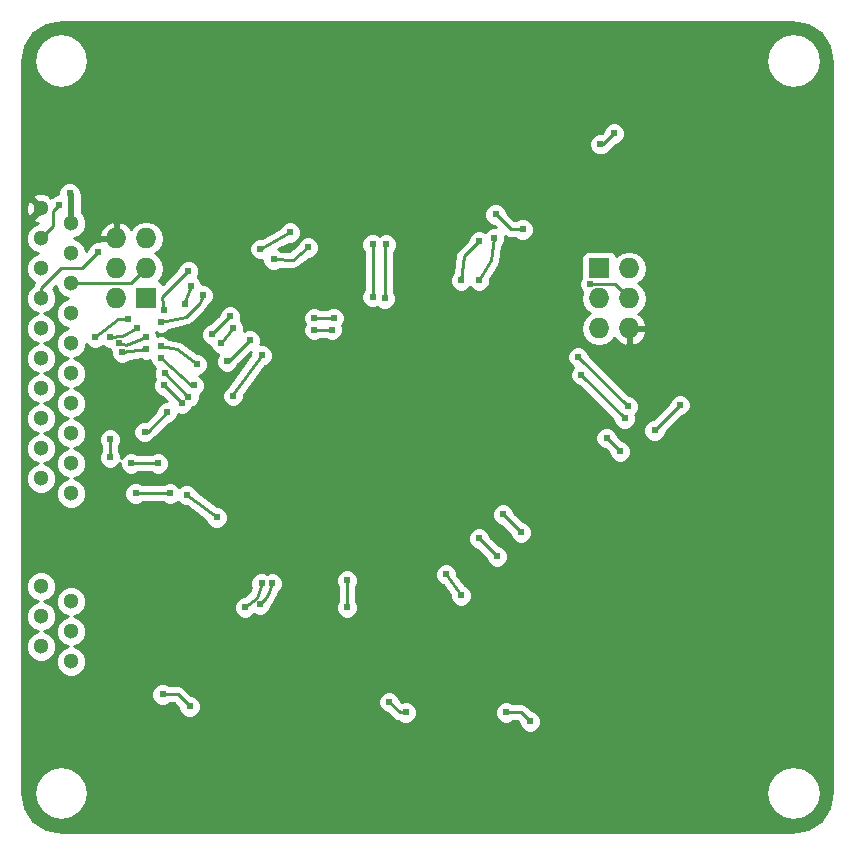
<source format=gbl>
G04 #@! TF.FileFunction,Copper,L2,Bot,Signal*
%FSLAX46Y46*%
G04 Gerber Fmt 4.6, Leading zero omitted, Abs format (unit mm)*
G04 Created by KiCad (PCBNEW 4.0.7-e2-6376~58~ubuntu16.04.1) date Fri Feb 16 15:48:39 2018*
%MOMM*%
%LPD*%
G01*
G04 APERTURE LIST*
%ADD10C,0.100000*%
%ADD11C,1.300000*%
%ADD12R,1.727200X1.727200*%
%ADD13O,1.727200X1.727200*%
%ADD14C,0.609600*%
%ADD15C,0.254000*%
%ADD16C,0.508000*%
G04 APERTURE END LIST*
D10*
D11*
X142443200Y-133400800D03*
X142443200Y-130860800D03*
X142443200Y-128320800D03*
X144983200Y-129590800D03*
X144983200Y-132130800D03*
X144983200Y-134670800D03*
X142443200Y-101396800D03*
X142443200Y-98856800D03*
X142443200Y-96316800D03*
X142443200Y-103936800D03*
X144983200Y-97586800D03*
X144983200Y-100126800D03*
X144983200Y-102666800D03*
X144983200Y-105206800D03*
X142443200Y-106476800D03*
X144983200Y-107746800D03*
X142443200Y-109016800D03*
X144983200Y-110286800D03*
X142443200Y-111556800D03*
X144983200Y-112826800D03*
X142443200Y-114096800D03*
X144983200Y-115366800D03*
X142443200Y-116636800D03*
X144983200Y-117906800D03*
X142443200Y-119176800D03*
X144983200Y-120446800D03*
D12*
X151333200Y-103936800D03*
D13*
X148793200Y-103936800D03*
X151333200Y-101396800D03*
X148793200Y-101396800D03*
X151333200Y-98856800D03*
X148793200Y-98856800D03*
D12*
X189687200Y-101396800D03*
D13*
X192227200Y-101396800D03*
X189687200Y-103936800D03*
X192227200Y-103936800D03*
X189687200Y-106476800D03*
X192227200Y-106476800D03*
D14*
X171526200Y-103936800D03*
X171653200Y-99364800D03*
X170510200Y-103809800D03*
X170510200Y-99364800D03*
X143967200Y-96062800D03*
X148285200Y-117398800D03*
X148285200Y-115874800D03*
X190322200Y-115747800D03*
X191465200Y-116890800D03*
X180924200Y-96824800D03*
X183210200Y-98094800D03*
X196545200Y-112953800D03*
X194386200Y-115112800D03*
X154762200Y-120573800D03*
X157302200Y-122478800D03*
X153365200Y-120446800D03*
X150444200Y-120446800D03*
X158699200Y-112191800D03*
X161112200Y-108762800D03*
X170891200Y-113588800D03*
X169875200Y-108127800D03*
X172923200Y-116382800D03*
X153365200Y-128066800D03*
X158953200Y-84124800D03*
X188798200Y-114350800D03*
X191846200Y-118541800D03*
X163525200Y-112064800D03*
X178892200Y-113334800D03*
X166065200Y-126669800D03*
X160985200Y-126542800D03*
X157302200Y-118160800D03*
X154127200Y-130606800D03*
X163779200Y-130352800D03*
X173177200Y-130225800D03*
X182575200Y-130098800D03*
X192227200Y-130098800D03*
X204419200Y-129336800D03*
X200101200Y-124129800D03*
X195529200Y-124129800D03*
X193243200Y-117525800D03*
X194767200Y-96570800D03*
X200355200Y-88950800D03*
X196545200Y-88696800D03*
X191338200Y-85394800D03*
X180035200Y-91744800D03*
X163398200Y-96316800D03*
X164287200Y-86156800D03*
X153238200Y-93903800D03*
X173304200Y-138988800D03*
X171907200Y-138099800D03*
X152730200Y-137464800D03*
X155016200Y-138480800D03*
X181813200Y-138988800D03*
X183845200Y-139750800D03*
X144856200Y-95046800D03*
X188925200Y-102717602D03*
X165049200Y-99618800D03*
X162128200Y-100634800D03*
X156159200Y-103682800D03*
X152603200Y-105968800D03*
X150571200Y-106476800D03*
X148285200Y-107238800D03*
X190957200Y-89966800D03*
X189789305Y-90880695D03*
X180797200Y-98856800D03*
X179527200Y-102412800D03*
X158699200Y-106476800D03*
X157683200Y-107746800D03*
X159715200Y-130098800D03*
X161112200Y-128066800D03*
X162001200Y-128066800D03*
X160985200Y-129844800D03*
X168351200Y-127812800D03*
X168351200Y-130098800D03*
X176733200Y-127304800D03*
X178003200Y-129082800D03*
X179527200Y-124256800D03*
X181051200Y-125780800D03*
X181559200Y-122224800D03*
X183083200Y-123748800D03*
X147269200Y-99999800D03*
X151206200Y-115239800D03*
X153111200Y-113588800D03*
X154635200Y-104444800D03*
X155143200Y-102920800D03*
X149809200Y-105714800D03*
X147015200Y-107238800D03*
X163525200Y-98348800D03*
X160985200Y-99745800D03*
X154917661Y-101615076D03*
X152857200Y-104952800D03*
X179527200Y-99110800D03*
X178003200Y-102412800D03*
X158445200Y-105460800D03*
X156921200Y-106984800D03*
X155651200Y-109524800D03*
X152603200Y-108000800D03*
X151333200Y-107238800D03*
X149047200Y-107746800D03*
X150063200Y-117906800D03*
X152349200Y-117906800D03*
X155397200Y-111302800D03*
X152603200Y-109016800D03*
X151333200Y-108254800D03*
X149301200Y-108508800D03*
X152918834Y-110286800D03*
X154920017Y-112287983D03*
X165557200Y-106603800D03*
X167081200Y-106603800D03*
X187909200Y-108889800D03*
X192100200Y-113080800D03*
X158191200Y-109270800D03*
X160096200Y-107492800D03*
X191846200Y-114096800D03*
X188163200Y-110413800D03*
X165557200Y-105587800D03*
X167208200Y-105587800D03*
X154381200Y-112826800D03*
X152857200Y-111302800D03*
D15*
X171526200Y-99491800D02*
X171526200Y-103936800D01*
X171653200Y-99364800D02*
X171526200Y-99491800D01*
X170510200Y-99364800D02*
X170510200Y-103809800D01*
X143459200Y-97840800D02*
X142443200Y-98856800D01*
X143459200Y-96570800D02*
X143459200Y-97840800D01*
X143967200Y-96062800D02*
X143459200Y-96570800D01*
X148285200Y-117398800D02*
X148285200Y-115874800D01*
X191465200Y-116890800D02*
X190322200Y-115747800D01*
X183210200Y-98094800D02*
X182194200Y-98094800D01*
X182194200Y-98094800D02*
X180924200Y-96824800D01*
X194386200Y-115112800D02*
X196545200Y-112953800D01*
X157302200Y-122478800D02*
X154806955Y-120573800D01*
X154806955Y-120573800D02*
X154762200Y-120573800D01*
X153365200Y-120446800D02*
X150444200Y-120446800D01*
X161112200Y-108762800D02*
X158699200Y-112064800D01*
X158699200Y-112064800D02*
X158699200Y-112191800D01*
X178892200Y-113334800D02*
X179019200Y-113334800D01*
X172796200Y-138988800D02*
X173304200Y-138988800D01*
X171907200Y-138099800D02*
X172796200Y-138988800D01*
X154000200Y-137464800D02*
X152730200Y-137464800D01*
X155016200Y-138480800D02*
X154000200Y-137464800D01*
X183083200Y-138988800D02*
X181813200Y-138988800D01*
X183845200Y-139750800D02*
X183083200Y-138988800D01*
D16*
X144983200Y-97586800D02*
X144983200Y-95173800D01*
X144983200Y-95173800D02*
X144856200Y-95046800D01*
D15*
X188925200Y-102717602D02*
X191008002Y-102717602D01*
X191008002Y-102717602D02*
X192227200Y-103936800D01*
X144983200Y-102666800D02*
X150063200Y-102666800D01*
X150063200Y-102666800D02*
X151333200Y-101396800D01*
X162128200Y-100634800D02*
X163733556Y-100680444D01*
X163733556Y-100680444D02*
X165049200Y-99618800D01*
X152603200Y-105968800D02*
X154733665Y-105464953D01*
X154733665Y-105464953D02*
X155912949Y-104285669D01*
X155912949Y-104285669D02*
X156159200Y-103682800D01*
X148285200Y-107238800D02*
X149287127Y-107093092D01*
X149287127Y-107093092D02*
X150571200Y-106476800D01*
X189789305Y-90880695D02*
X190043305Y-90880695D01*
X190043305Y-90880695D02*
X190957200Y-89966800D01*
X179527200Y-102412800D02*
X180543200Y-100711000D01*
X180543200Y-100711000D02*
X180797200Y-98856800D01*
X157683200Y-107746800D02*
X158699200Y-106476800D01*
X161112200Y-128066800D02*
X160731200Y-129255811D01*
X160731200Y-129255811D02*
X159715200Y-130098800D01*
X161747200Y-128828800D02*
X162001200Y-128066800D01*
X161493200Y-129336800D02*
X161747200Y-128828800D01*
X160985200Y-129844800D02*
X161493200Y-129336800D01*
X168351200Y-130098800D02*
X168351200Y-127812800D01*
X178003200Y-129082800D02*
X176733200Y-127304800D01*
X181051200Y-125780800D02*
X179527200Y-124256800D01*
X183083200Y-123748800D02*
X181559200Y-122224800D01*
X142443200Y-103936800D02*
X142443200Y-103047800D01*
X145872200Y-101396800D02*
X147269200Y-99999800D01*
X144094200Y-101396800D02*
X145872200Y-101396800D01*
X142443200Y-103047800D02*
X144094200Y-101396800D01*
X151460200Y-115239800D02*
X151206200Y-115239800D01*
X153111200Y-113588800D02*
X151460200Y-115239800D01*
X155143200Y-102920800D02*
X154572384Y-104381984D01*
X154572384Y-104381984D02*
X154635200Y-104444800D01*
X147015200Y-107238800D02*
X148920199Y-105664001D01*
X148920199Y-105664001D02*
X149809200Y-105714800D01*
X160985200Y-99745800D02*
X163525200Y-98348800D01*
X152857200Y-104952800D02*
X152677807Y-103854930D01*
X152677807Y-103854930D02*
X154917661Y-101615076D01*
X178003200Y-102412800D02*
X178257200Y-100380800D01*
X178257200Y-100380800D02*
X179527200Y-99110800D01*
X156921200Y-106984800D02*
X158445200Y-105460800D01*
X155651200Y-109524800D02*
X153949400Y-108254800D01*
X153949400Y-108254800D02*
X152603200Y-108000800D01*
X149047200Y-107746800D02*
X149606051Y-107905408D01*
X149606051Y-107905408D02*
X151333200Y-107238800D01*
X152349200Y-117906800D02*
X150063200Y-117906800D01*
X152603200Y-109016800D02*
X155128635Y-111302800D01*
X155128635Y-111302800D02*
X155397200Y-111302800D01*
X149301200Y-108508800D02*
X151333200Y-108254800D01*
X154920017Y-112287983D02*
X152918834Y-110286800D01*
X167081200Y-106603800D02*
X165557200Y-106603800D01*
X192100200Y-113080800D02*
X187909200Y-108889800D01*
X158318200Y-109270800D02*
X158191200Y-109270800D01*
X160096200Y-107492800D02*
X158318200Y-109270800D01*
X188163200Y-110413800D02*
X191846200Y-114096800D01*
X165557200Y-105587800D02*
X167208200Y-105587800D01*
X152857200Y-111302800D02*
X154381200Y-112826800D01*
G36*
X207396459Y-80757738D02*
X208467568Y-81473429D01*
X209183262Y-82544540D01*
X209448000Y-83875467D01*
X209448000Y-145740533D01*
X209183262Y-147071460D01*
X208467568Y-148142571D01*
X207396459Y-148858262D01*
X206065533Y-149123000D01*
X144200467Y-149123000D01*
X142869540Y-148858262D01*
X141798429Y-148142568D01*
X141082738Y-147071459D01*
X140831421Y-145808000D01*
X141816050Y-145808000D01*
X141992417Y-146694658D01*
X142494669Y-147446331D01*
X143246342Y-147948583D01*
X144133000Y-148124950D01*
X145019658Y-147948583D01*
X145771331Y-147446331D01*
X146273583Y-146694658D01*
X146449950Y-145808000D01*
X203816050Y-145808000D01*
X203992417Y-146694658D01*
X204494669Y-147446331D01*
X205246342Y-147948583D01*
X206133000Y-148124950D01*
X207019658Y-147948583D01*
X207771331Y-147446331D01*
X208273583Y-146694658D01*
X208449950Y-145808000D01*
X208273583Y-144921342D01*
X207771331Y-144169669D01*
X207019658Y-143667417D01*
X206133000Y-143491050D01*
X205246342Y-143667417D01*
X204494669Y-144169669D01*
X203992417Y-144921342D01*
X203816050Y-145808000D01*
X146449950Y-145808000D01*
X146273583Y-144921342D01*
X145771331Y-144169669D01*
X145019658Y-143667417D01*
X144133000Y-143491050D01*
X143246342Y-143667417D01*
X142494669Y-144169669D01*
X141992417Y-144921342D01*
X141816050Y-145808000D01*
X140831421Y-145808000D01*
X140818000Y-145740533D01*
X140818000Y-137650918D01*
X151790237Y-137650918D01*
X151933012Y-137996459D01*
X152197151Y-138261059D01*
X152542442Y-138404437D01*
X152916318Y-138404763D01*
X153261859Y-138261988D01*
X153297108Y-138226800D01*
X153684570Y-138226800D01*
X154076279Y-138618509D01*
X154076237Y-138666918D01*
X154219012Y-139012459D01*
X154483151Y-139277059D01*
X154828442Y-139420437D01*
X155202318Y-139420763D01*
X155547859Y-139277988D01*
X155812459Y-139013849D01*
X155955837Y-138668558D01*
X155956163Y-138294682D01*
X155952542Y-138285918D01*
X170967237Y-138285918D01*
X171110012Y-138631459D01*
X171374151Y-138896059D01*
X171719442Y-139039437D01*
X171769250Y-139039480D01*
X172257385Y-139527615D01*
X172504595Y-139692796D01*
X172722272Y-139736095D01*
X172771151Y-139785059D01*
X173116442Y-139928437D01*
X173490318Y-139928763D01*
X173835859Y-139785988D01*
X174100459Y-139521849D01*
X174243837Y-139176558D01*
X174243838Y-139174918D01*
X180873237Y-139174918D01*
X181016012Y-139520459D01*
X181280151Y-139785059D01*
X181625442Y-139928437D01*
X181999318Y-139928763D01*
X182344859Y-139785988D01*
X182380108Y-139750800D01*
X182767570Y-139750800D01*
X182905279Y-139888510D01*
X182905237Y-139936918D01*
X183048012Y-140282459D01*
X183312151Y-140547059D01*
X183657442Y-140690437D01*
X184031318Y-140690763D01*
X184376859Y-140547988D01*
X184641459Y-140283849D01*
X184784837Y-139938558D01*
X184785163Y-139564682D01*
X184642388Y-139219141D01*
X184378249Y-138954541D01*
X184032958Y-138811163D01*
X183983150Y-138811120D01*
X183622015Y-138449985D01*
X183374805Y-138284804D01*
X183083200Y-138226800D01*
X182380448Y-138226800D01*
X182346249Y-138192541D01*
X182000958Y-138049163D01*
X181627082Y-138048837D01*
X181281541Y-138191612D01*
X181016941Y-138455751D01*
X180873563Y-138801042D01*
X180873237Y-139174918D01*
X174243838Y-139174918D01*
X174244163Y-138802682D01*
X174101388Y-138457141D01*
X173837249Y-138192541D01*
X173491958Y-138049163D01*
X173118082Y-138048837D01*
X172987728Y-138102698D01*
X172847121Y-137962091D01*
X172847163Y-137913682D01*
X172704388Y-137568141D01*
X172440249Y-137303541D01*
X172094958Y-137160163D01*
X171721082Y-137159837D01*
X171375541Y-137302612D01*
X171110941Y-137566751D01*
X170967563Y-137912042D01*
X170967237Y-138285918D01*
X155952542Y-138285918D01*
X155813388Y-137949141D01*
X155549249Y-137684541D01*
X155203958Y-137541163D01*
X155154150Y-137541120D01*
X154539015Y-136925985D01*
X154291805Y-136760804D01*
X154000200Y-136702800D01*
X153297448Y-136702800D01*
X153263249Y-136668541D01*
X152917958Y-136525163D01*
X152544082Y-136524837D01*
X152198541Y-136667612D01*
X151933941Y-136931751D01*
X151790563Y-137277042D01*
X151790237Y-137650918D01*
X140818000Y-137650918D01*
X140818000Y-128575281D01*
X141157977Y-128575281D01*
X141353195Y-129047743D01*
X141714355Y-129409535D01*
X142151382Y-129591005D01*
X141716257Y-129770795D01*
X141354465Y-130131955D01*
X141158423Y-130604076D01*
X141157977Y-131115281D01*
X141353195Y-131587743D01*
X141714355Y-131949535D01*
X142151382Y-132131005D01*
X141716257Y-132310795D01*
X141354465Y-132671955D01*
X141158423Y-133144076D01*
X141157977Y-133655281D01*
X141353195Y-134127743D01*
X141714355Y-134489535D01*
X142186476Y-134685577D01*
X142697681Y-134686023D01*
X143170143Y-134490805D01*
X143531935Y-134129645D01*
X143727977Y-133657524D01*
X143728423Y-133146319D01*
X143533205Y-132673857D01*
X143172045Y-132312065D01*
X142735018Y-132130595D01*
X143170143Y-131950805D01*
X143531935Y-131589645D01*
X143727977Y-131117524D01*
X143728423Y-130606319D01*
X143533205Y-130133857D01*
X143245134Y-129845281D01*
X143697977Y-129845281D01*
X143893195Y-130317743D01*
X144254355Y-130679535D01*
X144691382Y-130861005D01*
X144256257Y-131040795D01*
X143894465Y-131401955D01*
X143698423Y-131874076D01*
X143697977Y-132385281D01*
X143893195Y-132857743D01*
X144254355Y-133219535D01*
X144691382Y-133401005D01*
X144256257Y-133580795D01*
X143894465Y-133941955D01*
X143698423Y-134414076D01*
X143697977Y-134925281D01*
X143893195Y-135397743D01*
X144254355Y-135759535D01*
X144726476Y-135955577D01*
X145237681Y-135956023D01*
X145710143Y-135760805D01*
X146071935Y-135399645D01*
X146267977Y-134927524D01*
X146268423Y-134416319D01*
X146073205Y-133943857D01*
X145712045Y-133582065D01*
X145275018Y-133400595D01*
X145710143Y-133220805D01*
X146071935Y-132859645D01*
X146267977Y-132387524D01*
X146268423Y-131876319D01*
X146073205Y-131403857D01*
X145712045Y-131042065D01*
X145275018Y-130860595D01*
X145710143Y-130680805D01*
X146071935Y-130319645D01*
X146086354Y-130284918D01*
X158775237Y-130284918D01*
X158918012Y-130630459D01*
X159182151Y-130895059D01*
X159527442Y-131038437D01*
X159901318Y-131038763D01*
X160246859Y-130895988D01*
X160487521Y-130655746D01*
X160797442Y-130784437D01*
X161171318Y-130784763D01*
X161516859Y-130641988D01*
X161781459Y-130377849D01*
X161924837Y-130032558D01*
X161924880Y-129982750D01*
X162032015Y-129875616D01*
X162099870Y-129774064D01*
X162174754Y-129677577D01*
X162428753Y-129169577D01*
X162443133Y-129117068D01*
X162470097Y-129069766D01*
X162541597Y-128855265D01*
X162797459Y-128599849D01*
X162940837Y-128254558D01*
X162941059Y-127998918D01*
X167411237Y-127998918D01*
X167554012Y-128344459D01*
X167589200Y-128379708D01*
X167589200Y-129531552D01*
X167554941Y-129565751D01*
X167411563Y-129911042D01*
X167411237Y-130284918D01*
X167554012Y-130630459D01*
X167818151Y-130895059D01*
X168163442Y-131038437D01*
X168537318Y-131038763D01*
X168882859Y-130895988D01*
X169147459Y-130631849D01*
X169290837Y-130286558D01*
X169291163Y-129912682D01*
X169148388Y-129567141D01*
X169113200Y-129531892D01*
X169113200Y-128380048D01*
X169147459Y-128345849D01*
X169290837Y-128000558D01*
X169291163Y-127626682D01*
X169235067Y-127490918D01*
X175793237Y-127490918D01*
X175936012Y-127836459D01*
X176200151Y-128101059D01*
X176435266Y-128198688D01*
X177063403Y-129078080D01*
X177063237Y-129268918D01*
X177206012Y-129614459D01*
X177470151Y-129879059D01*
X177815442Y-130022437D01*
X178189318Y-130022763D01*
X178534859Y-129879988D01*
X178799459Y-129615849D01*
X178942837Y-129270558D01*
X178943163Y-128896682D01*
X178800388Y-128551141D01*
X178536249Y-128286541D01*
X178301133Y-128188912D01*
X177672997Y-127309520D01*
X177673163Y-127118682D01*
X177530388Y-126773141D01*
X177266249Y-126508541D01*
X176920958Y-126365163D01*
X176547082Y-126364837D01*
X176201541Y-126507612D01*
X175936941Y-126771751D01*
X175793563Y-127117042D01*
X175793237Y-127490918D01*
X169235067Y-127490918D01*
X169148388Y-127281141D01*
X168884249Y-127016541D01*
X168538958Y-126873163D01*
X168165082Y-126872837D01*
X167819541Y-127015612D01*
X167554941Y-127279751D01*
X167411563Y-127625042D01*
X167411237Y-127998918D01*
X162941059Y-127998918D01*
X162941163Y-127880682D01*
X162798388Y-127535141D01*
X162534249Y-127270541D01*
X162188958Y-127127163D01*
X161815082Y-127126837D01*
X161556491Y-127233685D01*
X161299958Y-127127163D01*
X160926082Y-127126837D01*
X160580541Y-127269612D01*
X160315941Y-127533751D01*
X160172563Y-127879042D01*
X160172237Y-128252918D01*
X160217384Y-128362183D01*
X160073428Y-128811435D01*
X159654595Y-129158946D01*
X159529082Y-129158837D01*
X159183541Y-129301612D01*
X158918941Y-129565751D01*
X158775563Y-129911042D01*
X158775237Y-130284918D01*
X146086354Y-130284918D01*
X146267977Y-129847524D01*
X146268423Y-129336319D01*
X146073205Y-128863857D01*
X145712045Y-128502065D01*
X145239924Y-128306023D01*
X144728719Y-128305577D01*
X144256257Y-128500795D01*
X143894465Y-128861955D01*
X143698423Y-129334076D01*
X143697977Y-129845281D01*
X143245134Y-129845281D01*
X143172045Y-129772065D01*
X142735018Y-129590595D01*
X143170143Y-129410805D01*
X143531935Y-129049645D01*
X143727977Y-128577524D01*
X143728423Y-128066319D01*
X143533205Y-127593857D01*
X143172045Y-127232065D01*
X142699924Y-127036023D01*
X142188719Y-127035577D01*
X141716257Y-127230795D01*
X141354465Y-127591955D01*
X141158423Y-128064076D01*
X141157977Y-128575281D01*
X140818000Y-128575281D01*
X140818000Y-124442918D01*
X178587237Y-124442918D01*
X178730012Y-124788459D01*
X178994151Y-125053059D01*
X179339442Y-125196437D01*
X179389250Y-125196480D01*
X180111279Y-125918510D01*
X180111237Y-125966918D01*
X180254012Y-126312459D01*
X180518151Y-126577059D01*
X180863442Y-126720437D01*
X181237318Y-126720763D01*
X181582859Y-126577988D01*
X181847459Y-126313849D01*
X181990837Y-125968558D01*
X181991163Y-125594682D01*
X181848388Y-125249141D01*
X181584249Y-124984541D01*
X181238958Y-124841163D01*
X181189150Y-124841120D01*
X180467121Y-124119091D01*
X180467163Y-124070682D01*
X180324388Y-123725141D01*
X180060249Y-123460541D01*
X179714958Y-123317163D01*
X179341082Y-123316837D01*
X178995541Y-123459612D01*
X178730941Y-123723751D01*
X178587563Y-124069042D01*
X178587237Y-124442918D01*
X140818000Y-124442918D01*
X140818000Y-99111281D01*
X141157977Y-99111281D01*
X141353195Y-99583743D01*
X141714355Y-99945535D01*
X142151382Y-100127005D01*
X141716257Y-100306795D01*
X141354465Y-100667955D01*
X141158423Y-101140076D01*
X141157977Y-101651281D01*
X141353195Y-102123743D01*
X141714355Y-102485535D01*
X141875378Y-102552398D01*
X141739204Y-102756195D01*
X141721624Y-102844578D01*
X141716257Y-102846795D01*
X141354465Y-103207955D01*
X141158423Y-103680076D01*
X141157977Y-104191281D01*
X141353195Y-104663743D01*
X141714355Y-105025535D01*
X142151382Y-105207005D01*
X141716257Y-105386795D01*
X141354465Y-105747955D01*
X141158423Y-106220076D01*
X141157977Y-106731281D01*
X141353195Y-107203743D01*
X141714355Y-107565535D01*
X142151382Y-107747005D01*
X141716257Y-107926795D01*
X141354465Y-108287955D01*
X141158423Y-108760076D01*
X141157977Y-109271281D01*
X141353195Y-109743743D01*
X141714355Y-110105535D01*
X142151382Y-110287005D01*
X141716257Y-110466795D01*
X141354465Y-110827955D01*
X141158423Y-111300076D01*
X141157977Y-111811281D01*
X141353195Y-112283743D01*
X141714355Y-112645535D01*
X142151382Y-112827005D01*
X141716257Y-113006795D01*
X141354465Y-113367955D01*
X141158423Y-113840076D01*
X141157977Y-114351281D01*
X141353195Y-114823743D01*
X141714355Y-115185535D01*
X142151382Y-115367005D01*
X141716257Y-115546795D01*
X141354465Y-115907955D01*
X141158423Y-116380076D01*
X141157977Y-116891281D01*
X141353195Y-117363743D01*
X141714355Y-117725535D01*
X142151382Y-117907005D01*
X141716257Y-118086795D01*
X141354465Y-118447955D01*
X141158423Y-118920076D01*
X141157977Y-119431281D01*
X141353195Y-119903743D01*
X141714355Y-120265535D01*
X142186476Y-120461577D01*
X142697681Y-120462023D01*
X143170143Y-120266805D01*
X143531935Y-119905645D01*
X143727977Y-119433524D01*
X143728423Y-118922319D01*
X143533205Y-118449857D01*
X143172045Y-118088065D01*
X142735018Y-117906595D01*
X143170143Y-117726805D01*
X143531935Y-117365645D01*
X143727977Y-116893524D01*
X143728423Y-116382319D01*
X143533205Y-115909857D01*
X143172045Y-115548065D01*
X142735018Y-115366595D01*
X143170143Y-115186805D01*
X143531935Y-114825645D01*
X143727977Y-114353524D01*
X143728423Y-113842319D01*
X143533205Y-113369857D01*
X143172045Y-113008065D01*
X142735018Y-112826595D01*
X143170143Y-112646805D01*
X143531935Y-112285645D01*
X143727977Y-111813524D01*
X143728423Y-111302319D01*
X143533205Y-110829857D01*
X143172045Y-110468065D01*
X142735018Y-110286595D01*
X143170143Y-110106805D01*
X143531935Y-109745645D01*
X143727977Y-109273524D01*
X143728423Y-108762319D01*
X143533205Y-108289857D01*
X143172045Y-107928065D01*
X142735018Y-107746595D01*
X143170143Y-107566805D01*
X143531935Y-107205645D01*
X143727977Y-106733524D01*
X143728423Y-106222319D01*
X143533205Y-105749857D01*
X143172045Y-105388065D01*
X142735018Y-105206595D01*
X143170143Y-105026805D01*
X143531935Y-104665645D01*
X143727977Y-104193524D01*
X143728423Y-103682319D01*
X143533205Y-103209857D01*
X143446065Y-103122565D01*
X143698021Y-102870609D01*
X143697977Y-102921281D01*
X143893195Y-103393743D01*
X144254355Y-103755535D01*
X144691382Y-103937005D01*
X144256257Y-104116795D01*
X143894465Y-104477955D01*
X143698423Y-104950076D01*
X143697977Y-105461281D01*
X143893195Y-105933743D01*
X144254355Y-106295535D01*
X144691382Y-106477005D01*
X144256257Y-106656795D01*
X143894465Y-107017955D01*
X143698423Y-107490076D01*
X143697977Y-108001281D01*
X143893195Y-108473743D01*
X144254355Y-108835535D01*
X144691382Y-109017005D01*
X144256257Y-109196795D01*
X143894465Y-109557955D01*
X143698423Y-110030076D01*
X143697977Y-110541281D01*
X143893195Y-111013743D01*
X144254355Y-111375535D01*
X144691382Y-111557005D01*
X144256257Y-111736795D01*
X143894465Y-112097955D01*
X143698423Y-112570076D01*
X143697977Y-113081281D01*
X143893195Y-113553743D01*
X144254355Y-113915535D01*
X144691382Y-114097005D01*
X144256257Y-114276795D01*
X143894465Y-114637955D01*
X143698423Y-115110076D01*
X143697977Y-115621281D01*
X143893195Y-116093743D01*
X144254355Y-116455535D01*
X144691382Y-116637005D01*
X144256257Y-116816795D01*
X143894465Y-117177955D01*
X143698423Y-117650076D01*
X143697977Y-118161281D01*
X143893195Y-118633743D01*
X144254355Y-118995535D01*
X144691382Y-119177005D01*
X144256257Y-119356795D01*
X143894465Y-119717955D01*
X143698423Y-120190076D01*
X143697977Y-120701281D01*
X143893195Y-121173743D01*
X144254355Y-121535535D01*
X144726476Y-121731577D01*
X145237681Y-121732023D01*
X145710143Y-121536805D01*
X146071935Y-121175645D01*
X146267977Y-120703524D01*
X146268038Y-120632918D01*
X149504237Y-120632918D01*
X149647012Y-120978459D01*
X149911151Y-121243059D01*
X150256442Y-121386437D01*
X150630318Y-121386763D01*
X150975859Y-121243988D01*
X151011108Y-121208800D01*
X152797952Y-121208800D01*
X152832151Y-121243059D01*
X153177442Y-121386437D01*
X153551318Y-121386763D01*
X153896859Y-121243988D01*
X154000259Y-121140768D01*
X154229151Y-121370059D01*
X154574442Y-121513437D01*
X154782242Y-121513618D01*
X156395405Y-122745192D01*
X156505012Y-123010459D01*
X156769151Y-123275059D01*
X157114442Y-123418437D01*
X157488318Y-123418763D01*
X157833859Y-123275988D01*
X158098459Y-123011849D01*
X158241837Y-122666558D01*
X158242059Y-122410918D01*
X180619237Y-122410918D01*
X180762012Y-122756459D01*
X181026151Y-123021059D01*
X181371442Y-123164437D01*
X181421250Y-123164480D01*
X182143279Y-123886510D01*
X182143237Y-123934918D01*
X182286012Y-124280459D01*
X182550151Y-124545059D01*
X182895442Y-124688437D01*
X183269318Y-124688763D01*
X183614859Y-124545988D01*
X183879459Y-124281849D01*
X184022837Y-123936558D01*
X184023163Y-123562682D01*
X183880388Y-123217141D01*
X183616249Y-122952541D01*
X183270958Y-122809163D01*
X183221150Y-122809120D01*
X182499121Y-122087091D01*
X182499163Y-122038682D01*
X182356388Y-121693141D01*
X182092249Y-121428541D01*
X181746958Y-121285163D01*
X181373082Y-121284837D01*
X181027541Y-121427612D01*
X180762941Y-121691751D01*
X180619563Y-122037042D01*
X180619237Y-122410918D01*
X158242059Y-122410918D01*
X158242163Y-122292682D01*
X158099388Y-121947141D01*
X157835249Y-121682541D01*
X157489958Y-121539163D01*
X157326965Y-121539021D01*
X155648371Y-120257495D01*
X155559388Y-120042141D01*
X155295249Y-119777541D01*
X154949958Y-119634163D01*
X154576082Y-119633837D01*
X154230541Y-119776612D01*
X154127141Y-119879832D01*
X153898249Y-119650541D01*
X153552958Y-119507163D01*
X153179082Y-119506837D01*
X152833541Y-119649612D01*
X152798292Y-119684800D01*
X151011448Y-119684800D01*
X150977249Y-119650541D01*
X150631958Y-119507163D01*
X150258082Y-119506837D01*
X149912541Y-119649612D01*
X149647941Y-119913751D01*
X149504563Y-120259042D01*
X149504237Y-120632918D01*
X146268038Y-120632918D01*
X146268423Y-120192319D01*
X146073205Y-119719857D01*
X145712045Y-119358065D01*
X145275018Y-119176595D01*
X145710143Y-118996805D01*
X146071935Y-118635645D01*
X146267977Y-118163524D01*
X146268423Y-117652319D01*
X146073205Y-117179857D01*
X145712045Y-116818065D01*
X145275018Y-116636595D01*
X145710143Y-116456805D01*
X146071935Y-116095645D01*
X146086354Y-116060918D01*
X147345237Y-116060918D01*
X147488012Y-116406459D01*
X147523200Y-116441708D01*
X147523200Y-116831552D01*
X147488941Y-116865751D01*
X147345563Y-117211042D01*
X147345237Y-117584918D01*
X147488012Y-117930459D01*
X147752151Y-118195059D01*
X148097442Y-118338437D01*
X148471318Y-118338763D01*
X148816859Y-118195988D01*
X149081459Y-117931849D01*
X149123466Y-117830686D01*
X149123237Y-118092918D01*
X149266012Y-118438459D01*
X149530151Y-118703059D01*
X149875442Y-118846437D01*
X150249318Y-118846763D01*
X150594859Y-118703988D01*
X150630108Y-118668800D01*
X151781952Y-118668800D01*
X151816151Y-118703059D01*
X152161442Y-118846437D01*
X152535318Y-118846763D01*
X152880859Y-118703988D01*
X153145459Y-118439849D01*
X153288837Y-118094558D01*
X153289163Y-117720682D01*
X153146388Y-117375141D01*
X152882249Y-117110541D01*
X152536958Y-116967163D01*
X152163082Y-116966837D01*
X151817541Y-117109612D01*
X151782292Y-117144800D01*
X150630448Y-117144800D01*
X150596249Y-117110541D01*
X150250958Y-116967163D01*
X149877082Y-116966837D01*
X149531541Y-117109612D01*
X149266941Y-117373751D01*
X149224934Y-117474914D01*
X149225163Y-117212682D01*
X149082388Y-116867141D01*
X149047200Y-116831892D01*
X149047200Y-116442048D01*
X149081459Y-116407849D01*
X149224837Y-116062558D01*
X149225163Y-115688682D01*
X149082388Y-115343141D01*
X148818249Y-115078541D01*
X148472958Y-114935163D01*
X148099082Y-114934837D01*
X147753541Y-115077612D01*
X147488941Y-115341751D01*
X147345563Y-115687042D01*
X147345237Y-116060918D01*
X146086354Y-116060918D01*
X146267977Y-115623524D01*
X146268423Y-115112319D01*
X146073205Y-114639857D01*
X145712045Y-114278065D01*
X145275018Y-114096595D01*
X145710143Y-113916805D01*
X146071935Y-113555645D01*
X146267977Y-113083524D01*
X146268423Y-112572319D01*
X146073205Y-112099857D01*
X145712045Y-111738065D01*
X145275018Y-111556595D01*
X145710143Y-111376805D01*
X146071935Y-111015645D01*
X146267977Y-110543524D01*
X146268423Y-110032319D01*
X146073205Y-109559857D01*
X145712045Y-109198065D01*
X145275018Y-109016595D01*
X145710143Y-108836805D01*
X146071935Y-108475645D01*
X146267977Y-108003524D01*
X146268137Y-107820671D01*
X146482151Y-108035059D01*
X146827442Y-108178437D01*
X147201318Y-108178763D01*
X147546859Y-108035988D01*
X147650148Y-107932878D01*
X147752151Y-108035059D01*
X148097442Y-108178437D01*
X148208724Y-108178534D01*
X148250012Y-108278459D01*
X148361503Y-108390144D01*
X148361237Y-108694918D01*
X148504012Y-109040459D01*
X148768151Y-109305059D01*
X149113442Y-109448437D01*
X149487318Y-109448763D01*
X149832859Y-109305988D01*
X149942466Y-109196572D01*
X150871050Y-109080499D01*
X151145442Y-109194437D01*
X151519318Y-109194763D01*
X151663296Y-109135272D01*
X151663237Y-109202918D01*
X151806012Y-109548459D01*
X152070151Y-109813059D01*
X152093860Y-109822904D01*
X151979197Y-110099042D01*
X151978871Y-110472918D01*
X152089670Y-110741072D01*
X152060941Y-110769751D01*
X151917563Y-111115042D01*
X151917237Y-111488918D01*
X152060012Y-111834459D01*
X152324151Y-112099059D01*
X152669442Y-112242437D01*
X152719250Y-112242480D01*
X153125781Y-112649012D01*
X152925082Y-112648837D01*
X152579541Y-112791612D01*
X152314941Y-113055751D01*
X152171563Y-113401042D01*
X152171520Y-113450850D01*
X151322269Y-114300100D01*
X151020082Y-114299837D01*
X150674541Y-114442612D01*
X150409941Y-114706751D01*
X150266563Y-115052042D01*
X150266237Y-115425918D01*
X150409012Y-115771459D01*
X150673151Y-116036059D01*
X151018442Y-116179437D01*
X151392318Y-116179763D01*
X151737859Y-116036988D01*
X151841109Y-115933918D01*
X189382237Y-115933918D01*
X189525012Y-116279459D01*
X189789151Y-116544059D01*
X190134442Y-116687437D01*
X190184250Y-116687480D01*
X190525279Y-117028509D01*
X190525237Y-117076918D01*
X190668012Y-117422459D01*
X190932151Y-117687059D01*
X191277442Y-117830437D01*
X191651318Y-117830763D01*
X191996859Y-117687988D01*
X192261459Y-117423849D01*
X192404837Y-117078558D01*
X192405163Y-116704682D01*
X192262388Y-116359141D01*
X191998249Y-116094541D01*
X191652958Y-115951163D01*
X191603150Y-115951120D01*
X191262121Y-115610091D01*
X191262163Y-115561682D01*
X191153591Y-115298918D01*
X193446237Y-115298918D01*
X193589012Y-115644459D01*
X193853151Y-115909059D01*
X194198442Y-116052437D01*
X194572318Y-116052763D01*
X194917859Y-115909988D01*
X195182459Y-115645849D01*
X195325837Y-115300558D01*
X195325880Y-115250750D01*
X196682909Y-113893721D01*
X196731318Y-113893763D01*
X197076859Y-113750988D01*
X197341459Y-113486849D01*
X197484837Y-113141558D01*
X197485163Y-112767682D01*
X197342388Y-112422141D01*
X197078249Y-112157541D01*
X196732958Y-112014163D01*
X196359082Y-112013837D01*
X196013541Y-112156612D01*
X195748941Y-112420751D01*
X195605563Y-112766042D01*
X195605520Y-112815850D01*
X194248491Y-114172879D01*
X194200082Y-114172837D01*
X193854541Y-114315612D01*
X193589941Y-114579751D01*
X193446563Y-114925042D01*
X193446237Y-115298918D01*
X191153591Y-115298918D01*
X191119388Y-115216141D01*
X190855249Y-114951541D01*
X190509958Y-114808163D01*
X190136082Y-114807837D01*
X189790541Y-114950612D01*
X189525941Y-115214751D01*
X189382563Y-115560042D01*
X189382237Y-115933918D01*
X151841109Y-115933918D01*
X151991962Y-115783328D01*
X151999015Y-115778615D01*
X153248910Y-114528721D01*
X153297318Y-114528763D01*
X153642859Y-114385988D01*
X153907459Y-114121849D01*
X154050837Y-113776558D01*
X154050897Y-113707247D01*
X154193442Y-113766437D01*
X154567318Y-113766763D01*
X154912859Y-113623988D01*
X155177459Y-113359849D01*
X155258345Y-113165054D01*
X155451676Y-113085171D01*
X155716276Y-112821032D01*
X155859654Y-112475741D01*
X155859957Y-112128458D01*
X155928859Y-112099988D01*
X156193459Y-111835849D01*
X156336837Y-111490558D01*
X156337163Y-111116682D01*
X156194388Y-110771141D01*
X155930249Y-110506541D01*
X155829621Y-110464756D01*
X155837318Y-110464763D01*
X156182859Y-110321988D01*
X156447459Y-110057849D01*
X156590837Y-109712558D01*
X156591163Y-109338682D01*
X156448388Y-108993141D01*
X156184249Y-108728541D01*
X155838958Y-108585163D01*
X155665952Y-108585012D01*
X154405140Y-107644108D01*
X154383553Y-107633819D01*
X154366476Y-107617076D01*
X154250046Y-107570189D01*
X154136747Y-107516190D01*
X154112865Y-107514946D01*
X154090681Y-107506012D01*
X153285547Y-107354100D01*
X153136249Y-107204541D01*
X153055277Y-107170918D01*
X155981237Y-107170918D01*
X156124012Y-107516459D01*
X156388151Y-107781059D01*
X156733442Y-107924437D01*
X156743244Y-107924446D01*
X156743237Y-107932918D01*
X156886012Y-108278459D01*
X157150151Y-108543059D01*
X157460768Y-108672039D01*
X157394941Y-108737751D01*
X157251563Y-109083042D01*
X157251237Y-109456918D01*
X157394012Y-109802459D01*
X157658151Y-110067059D01*
X158003442Y-110210437D01*
X158377318Y-110210763D01*
X158722859Y-110067988D01*
X158987459Y-109803849D01*
X159075993Y-109590638D01*
X160230063Y-108436568D01*
X160172563Y-108575042D01*
X160172404Y-108757347D01*
X158278752Y-111348660D01*
X158167541Y-111394612D01*
X157902941Y-111658751D01*
X157759563Y-112004042D01*
X157759237Y-112377918D01*
X157902012Y-112723459D01*
X158166151Y-112988059D01*
X158511442Y-113131437D01*
X158885318Y-113131763D01*
X159230859Y-112988988D01*
X159495459Y-112724849D01*
X159638837Y-112379558D01*
X159639107Y-112070101D01*
X161399695Y-109660875D01*
X161643859Y-109559988D01*
X161908459Y-109295849D01*
X161999782Y-109075918D01*
X186969237Y-109075918D01*
X187112012Y-109421459D01*
X187376151Y-109686059D01*
X187507385Y-109740552D01*
X187366941Y-109880751D01*
X187223563Y-110226042D01*
X187223237Y-110599918D01*
X187366012Y-110945459D01*
X187630151Y-111210059D01*
X187975442Y-111353437D01*
X188025250Y-111353480D01*
X190906279Y-114234510D01*
X190906237Y-114282918D01*
X191049012Y-114628459D01*
X191313151Y-114893059D01*
X191658442Y-115036437D01*
X192032318Y-115036763D01*
X192377859Y-114893988D01*
X192642459Y-114629849D01*
X192785837Y-114284558D01*
X192786163Y-113910682D01*
X192731539Y-113778482D01*
X192896459Y-113613849D01*
X193039837Y-113268558D01*
X193040163Y-112894682D01*
X192897388Y-112549141D01*
X192633249Y-112284541D01*
X192287958Y-112141163D01*
X192238150Y-112141120D01*
X188849121Y-108752091D01*
X188849163Y-108703682D01*
X188706388Y-108358141D01*
X188442249Y-108093541D01*
X188096958Y-107950163D01*
X187723082Y-107949837D01*
X187377541Y-108092612D01*
X187112941Y-108356751D01*
X186969563Y-108702042D01*
X186969237Y-109075918D01*
X161999782Y-109075918D01*
X162051837Y-108950558D01*
X162052163Y-108576682D01*
X161909388Y-108231141D01*
X161645249Y-107966541D01*
X161299958Y-107823163D01*
X160976739Y-107822881D01*
X161035837Y-107680558D01*
X161036163Y-107306682D01*
X160893388Y-106961141D01*
X160629249Y-106696541D01*
X160283958Y-106553163D01*
X159910082Y-106552837D01*
X159638659Y-106664987D01*
X159638837Y-106664558D01*
X159639163Y-106290682D01*
X159496388Y-105945141D01*
X159330633Y-105779096D01*
X159332783Y-105773918D01*
X164617237Y-105773918D01*
X164750388Y-106096166D01*
X164617563Y-106416042D01*
X164617237Y-106789918D01*
X164760012Y-107135459D01*
X165024151Y-107400059D01*
X165369442Y-107543437D01*
X165743318Y-107543763D01*
X166088859Y-107400988D01*
X166124108Y-107365800D01*
X166513952Y-107365800D01*
X166548151Y-107400059D01*
X166893442Y-107543437D01*
X167267318Y-107543763D01*
X167612859Y-107400988D01*
X167877459Y-107136849D01*
X168020837Y-106791558D01*
X168021163Y-106417682D01*
X167929452Y-106195725D01*
X168004459Y-106120849D01*
X168147837Y-105775558D01*
X168148163Y-105401682D01*
X168005388Y-105056141D01*
X167741249Y-104791541D01*
X167395958Y-104648163D01*
X167022082Y-104647837D01*
X166676541Y-104790612D01*
X166641292Y-104825800D01*
X166124448Y-104825800D01*
X166090249Y-104791541D01*
X165744958Y-104648163D01*
X165371082Y-104647837D01*
X165025541Y-104790612D01*
X164760941Y-105054751D01*
X164617563Y-105400042D01*
X164617237Y-105773918D01*
X159332783Y-105773918D01*
X159384837Y-105648558D01*
X159385163Y-105274682D01*
X159242388Y-104929141D01*
X158978249Y-104664541D01*
X158632958Y-104521163D01*
X158259082Y-104520837D01*
X157913541Y-104663612D01*
X157648941Y-104927751D01*
X157505563Y-105273042D01*
X157505520Y-105322850D01*
X156783491Y-106044879D01*
X156735082Y-106044837D01*
X156389541Y-106187612D01*
X156124941Y-106451751D01*
X155981563Y-106797042D01*
X155981237Y-107170918D01*
X153055277Y-107170918D01*
X152790958Y-107061163D01*
X152417082Y-107060837D01*
X152273104Y-107120328D01*
X152273163Y-107052682D01*
X152171751Y-106807247D01*
X152415442Y-106908437D01*
X152789318Y-106908763D01*
X153134859Y-106765988D01*
X153318517Y-106582650D01*
X154909037Y-106206498D01*
X154964966Y-106180944D01*
X155025269Y-106168949D01*
X155098905Y-106119747D01*
X155179465Y-106082939D01*
X155221357Y-106037927D01*
X155272480Y-106003768D01*
X156451764Y-104824485D01*
X156452825Y-104822898D01*
X156454407Y-104821829D01*
X156535367Y-104699365D01*
X156616945Y-104577274D01*
X156617318Y-104575401D01*
X156618370Y-104573809D01*
X156649755Y-104496972D01*
X156690859Y-104479988D01*
X156955459Y-104215849D01*
X157098837Y-103870558D01*
X157099163Y-103496682D01*
X156956388Y-103151141D01*
X156692249Y-102886541D01*
X156346958Y-102743163D01*
X156083156Y-102742933D01*
X156083163Y-102734682D01*
X155940388Y-102389141D01*
X155706844Y-102155189D01*
X155713920Y-102148125D01*
X155857298Y-101802834D01*
X155857624Y-101428958D01*
X155714849Y-101083417D01*
X155450710Y-100818817D01*
X155105419Y-100675439D01*
X154731543Y-100675113D01*
X154386002Y-100817888D01*
X154121402Y-101082027D01*
X153978024Y-101427318D01*
X153977981Y-101477126D01*
X152728414Y-102726693D01*
X152660890Y-102621759D01*
X152448690Y-102476769D01*
X152405069Y-102467936D01*
X152422229Y-102456470D01*
X152747085Y-101970289D01*
X152861159Y-101396800D01*
X152747085Y-100823311D01*
X152422229Y-100337130D01*
X152107448Y-100126800D01*
X152399109Y-99931918D01*
X160045237Y-99931918D01*
X160188012Y-100277459D01*
X160452151Y-100542059D01*
X160797442Y-100685437D01*
X161171318Y-100685763D01*
X161188361Y-100678721D01*
X161188237Y-100820918D01*
X161331012Y-101166459D01*
X161595151Y-101431059D01*
X161940442Y-101574437D01*
X162314318Y-101574763D01*
X162659859Y-101431988D01*
X162679109Y-101412771D01*
X163711900Y-101442136D01*
X163829709Y-101422165D01*
X163948718Y-101411436D01*
X163975371Y-101397472D01*
X164005035Y-101392443D01*
X164106230Y-101328911D01*
X164212078Y-101273454D01*
X165097908Y-100558643D01*
X165235318Y-100558763D01*
X165580859Y-100415988D01*
X165845459Y-100151849D01*
X165988837Y-99806558D01*
X165989059Y-99550918D01*
X169570237Y-99550918D01*
X169713012Y-99896459D01*
X169748200Y-99931708D01*
X169748200Y-103242552D01*
X169713941Y-103276751D01*
X169570563Y-103622042D01*
X169570237Y-103995918D01*
X169713012Y-104341459D01*
X169977151Y-104606059D01*
X170322442Y-104749437D01*
X170696318Y-104749763D01*
X170918275Y-104658052D01*
X170993151Y-104733059D01*
X171338442Y-104876437D01*
X171712318Y-104876763D01*
X172057859Y-104733988D01*
X172322459Y-104469849D01*
X172465837Y-104124558D01*
X172466163Y-103750682D01*
X172323388Y-103405141D01*
X172288200Y-103369892D01*
X172288200Y-102598918D01*
X177063237Y-102598918D01*
X177206012Y-102944459D01*
X177470151Y-103209059D01*
X177815442Y-103352437D01*
X178189318Y-103352763D01*
X178534859Y-103209988D01*
X178765370Y-102979879D01*
X178994151Y-103209059D01*
X179339442Y-103352437D01*
X179713318Y-103352763D01*
X180058859Y-103209988D01*
X180323459Y-102945849D01*
X180340952Y-102903720D01*
X187985237Y-102903720D01*
X188128012Y-103249261D01*
X188268089Y-103389583D01*
X188159241Y-103936800D01*
X188273315Y-104510289D01*
X188598171Y-104996470D01*
X188912952Y-105206800D01*
X188598171Y-105417130D01*
X188273315Y-105903311D01*
X188159241Y-106476800D01*
X188273315Y-107050289D01*
X188598171Y-107536470D01*
X189084352Y-107861326D01*
X189657841Y-107975400D01*
X189716559Y-107975400D01*
X190290048Y-107861326D01*
X190776229Y-107536470D01*
X190957192Y-107265639D01*
X191338710Y-107683621D01*
X191868173Y-107931768D01*
X192100200Y-107811269D01*
X192100200Y-106603800D01*
X192354200Y-106603800D01*
X192354200Y-107811269D01*
X192586227Y-107931768D01*
X193115690Y-107683621D01*
X193509888Y-107251747D01*
X193682158Y-106835826D01*
X193561017Y-106603800D01*
X192354200Y-106603800D01*
X192100200Y-106603800D01*
X192080200Y-106603800D01*
X192080200Y-106349800D01*
X192100200Y-106349800D01*
X192100200Y-106329800D01*
X192354200Y-106329800D01*
X192354200Y-106349800D01*
X193561017Y-106349800D01*
X193682158Y-106117774D01*
X193509888Y-105701853D01*
X193115690Y-105269979D01*
X192992972Y-105212464D01*
X193316229Y-104996470D01*
X193641085Y-104510289D01*
X193755159Y-103936800D01*
X193641085Y-103363311D01*
X193316229Y-102877130D01*
X193001448Y-102666800D01*
X193316229Y-102456470D01*
X193641085Y-101970289D01*
X193755159Y-101396800D01*
X193641085Y-100823311D01*
X193316229Y-100337130D01*
X192830048Y-100012274D01*
X192256559Y-99898200D01*
X192197841Y-99898200D01*
X191624352Y-100012274D01*
X191158758Y-100323374D01*
X191153962Y-100297883D01*
X191014890Y-100081759D01*
X190802690Y-99936769D01*
X190550800Y-99885760D01*
X188823600Y-99885760D01*
X188588283Y-99930038D01*
X188372159Y-100069110D01*
X188227169Y-100281310D01*
X188176160Y-100533200D01*
X188176160Y-102137416D01*
X188128941Y-102184553D01*
X187985563Y-102529844D01*
X187985237Y-102903720D01*
X180340952Y-102903720D01*
X180466837Y-102600558D01*
X180467077Y-102325017D01*
X181197470Y-101101609D01*
X181198692Y-101098176D01*
X181201106Y-101095452D01*
X181248481Y-100958255D01*
X181297146Y-100821497D01*
X181296961Y-100817861D01*
X181298150Y-100814418D01*
X181477429Y-99505677D01*
X181593459Y-99389849D01*
X181736837Y-99044558D01*
X181737148Y-98688248D01*
X181834630Y-98753383D01*
X181902595Y-98798796D01*
X182194200Y-98856800D01*
X182642952Y-98856800D01*
X182677151Y-98891059D01*
X183022442Y-99034437D01*
X183396318Y-99034763D01*
X183741859Y-98891988D01*
X184006459Y-98627849D01*
X184149837Y-98282558D01*
X184150163Y-97908682D01*
X184007388Y-97563141D01*
X183743249Y-97298541D01*
X183397958Y-97155163D01*
X183024082Y-97154837D01*
X182678541Y-97297612D01*
X182643292Y-97332800D01*
X182509831Y-97332800D01*
X181864121Y-96687090D01*
X181864163Y-96638682D01*
X181721388Y-96293141D01*
X181457249Y-96028541D01*
X181111958Y-95885163D01*
X180738082Y-95884837D01*
X180392541Y-96027612D01*
X180127941Y-96291751D01*
X179984563Y-96637042D01*
X179984237Y-97010918D01*
X180127012Y-97356459D01*
X180391151Y-97621059D01*
X180736442Y-97764437D01*
X180786250Y-97764480D01*
X180938892Y-97917123D01*
X180611082Y-97916837D01*
X180265541Y-98059612D01*
X180024879Y-98299854D01*
X179714958Y-98171163D01*
X179341082Y-98170837D01*
X178995541Y-98313612D01*
X178730941Y-98577751D01*
X178587563Y-98923042D01*
X178587520Y-98972850D01*
X177718385Y-99841985D01*
X177661647Y-99926900D01*
X177594809Y-100004127D01*
X177579747Y-100049472D01*
X177553204Y-100089196D01*
X177533281Y-100189357D01*
X177501084Y-100286286D01*
X177315440Y-101771441D01*
X177206941Y-101879751D01*
X177063563Y-102225042D01*
X177063237Y-102598918D01*
X172288200Y-102598918D01*
X172288200Y-100058827D01*
X172449459Y-99897849D01*
X172592837Y-99552558D01*
X172593163Y-99178682D01*
X172450388Y-98833141D01*
X172186249Y-98568541D01*
X171840958Y-98425163D01*
X171467082Y-98424837D01*
X171121541Y-98567612D01*
X171081862Y-98607222D01*
X171043249Y-98568541D01*
X170697958Y-98425163D01*
X170324082Y-98424837D01*
X169978541Y-98567612D01*
X169713941Y-98831751D01*
X169570563Y-99177042D01*
X169570237Y-99550918D01*
X165989059Y-99550918D01*
X165989163Y-99432682D01*
X165846388Y-99087141D01*
X165582249Y-98822541D01*
X165236958Y-98679163D01*
X164863082Y-98678837D01*
X164517541Y-98821612D01*
X164252941Y-99085751D01*
X164130271Y-99381172D01*
X163473983Y-99910756D01*
X162711703Y-99889083D01*
X162661249Y-99838541D01*
X162511111Y-99776198D01*
X163397852Y-99288490D01*
X163711318Y-99288763D01*
X164056859Y-99145988D01*
X164321459Y-98881849D01*
X164464837Y-98536558D01*
X164465163Y-98162682D01*
X164322388Y-97817141D01*
X164058249Y-97552541D01*
X163712958Y-97409163D01*
X163339082Y-97408837D01*
X162993541Y-97551612D01*
X162728941Y-97815751D01*
X162674405Y-97947088D01*
X161112547Y-98806110D01*
X160799082Y-98805837D01*
X160453541Y-98948612D01*
X160188941Y-99212751D01*
X160045563Y-99558042D01*
X160045237Y-99931918D01*
X152399109Y-99931918D01*
X152422229Y-99916470D01*
X152747085Y-99430289D01*
X152861159Y-98856800D01*
X152747085Y-98283311D01*
X152422229Y-97797130D01*
X151936048Y-97472274D01*
X151362559Y-97358200D01*
X151303841Y-97358200D01*
X150730352Y-97472274D01*
X150244171Y-97797130D01*
X150063208Y-98067961D01*
X149681690Y-97649979D01*
X149152227Y-97401832D01*
X148920200Y-97522331D01*
X148920200Y-98729800D01*
X148940200Y-98729800D01*
X148940200Y-98983800D01*
X148920200Y-98983800D01*
X148920200Y-99003800D01*
X148666200Y-99003800D01*
X148666200Y-98983800D01*
X147459383Y-98983800D01*
X147419531Y-99060130D01*
X147083082Y-99059837D01*
X146737541Y-99202612D01*
X146472941Y-99466751D01*
X146329563Y-99812042D01*
X146329520Y-99861850D01*
X146268379Y-99922991D01*
X146268423Y-99872319D01*
X146073205Y-99399857D01*
X145712045Y-99038065D01*
X145275018Y-98856595D01*
X145710143Y-98676805D01*
X145889487Y-98497774D01*
X147338242Y-98497774D01*
X147459383Y-98729800D01*
X148666200Y-98729800D01*
X148666200Y-97522331D01*
X148434173Y-97401832D01*
X147904710Y-97649979D01*
X147510512Y-98081853D01*
X147338242Y-98497774D01*
X145889487Y-98497774D01*
X146071935Y-98315645D01*
X146267977Y-97843524D01*
X146268423Y-97332319D01*
X146073205Y-96859857D01*
X145872200Y-96658500D01*
X145872200Y-95173800D01*
X145804529Y-94833594D01*
X145753277Y-94756890D01*
X145653388Y-94515141D01*
X145389249Y-94250541D01*
X145043958Y-94107163D01*
X144670082Y-94106837D01*
X144324541Y-94249612D01*
X144059941Y-94513751D01*
X143916563Y-94859042D01*
X143916333Y-95122955D01*
X143781082Y-95122837D01*
X143435541Y-95265612D01*
X143338366Y-95362618D01*
X143278070Y-95302322D01*
X143162610Y-95417782D01*
X143106929Y-95187189D01*
X142624122Y-95019178D01*
X142113772Y-95048717D01*
X141779471Y-95187189D01*
X141723790Y-95417784D01*
X142443200Y-96137195D01*
X142457342Y-96123052D01*
X142636948Y-96302658D01*
X142622805Y-96316800D01*
X142636948Y-96330943D01*
X142457343Y-96510548D01*
X142443200Y-96496405D01*
X141723790Y-97215816D01*
X141779471Y-97446411D01*
X142166060Y-97580939D01*
X141716257Y-97766795D01*
X141354465Y-98127955D01*
X141158423Y-98600076D01*
X141157977Y-99111281D01*
X140818000Y-99111281D01*
X140818000Y-96135878D01*
X141145578Y-96135878D01*
X141175117Y-96646228D01*
X141313589Y-96980529D01*
X141544184Y-97036210D01*
X142263595Y-96316800D01*
X141544184Y-95597390D01*
X141313589Y-95653071D01*
X141145578Y-96135878D01*
X140818000Y-96135878D01*
X140818000Y-91066813D01*
X188849342Y-91066813D01*
X188992117Y-91412354D01*
X189256256Y-91676954D01*
X189601547Y-91820332D01*
X189975423Y-91820658D01*
X190320964Y-91677883D01*
X190575067Y-91424223D01*
X190582120Y-91419510D01*
X191094910Y-90906721D01*
X191143318Y-90906763D01*
X191488859Y-90763988D01*
X191753459Y-90499849D01*
X191896837Y-90154558D01*
X191897163Y-89780682D01*
X191754388Y-89435141D01*
X191490249Y-89170541D01*
X191144958Y-89027163D01*
X190771082Y-89026837D01*
X190425541Y-89169612D01*
X190160941Y-89433751D01*
X190017563Y-89779042D01*
X190017520Y-89828850D01*
X189905374Y-89940995D01*
X189603187Y-89940732D01*
X189257646Y-90083507D01*
X188993046Y-90347646D01*
X188849668Y-90692937D01*
X188849342Y-91066813D01*
X140818000Y-91066813D01*
X140818000Y-83875467D01*
X140831420Y-83808000D01*
X141816050Y-83808000D01*
X141992417Y-84694658D01*
X142494669Y-85446331D01*
X143246342Y-85948583D01*
X144133000Y-86124950D01*
X145019658Y-85948583D01*
X145771331Y-85446331D01*
X146273583Y-84694658D01*
X146449950Y-83808000D01*
X203816050Y-83808000D01*
X203992417Y-84694658D01*
X204494669Y-85446331D01*
X205246342Y-85948583D01*
X206133000Y-86124950D01*
X207019658Y-85948583D01*
X207771331Y-85446331D01*
X208273583Y-84694658D01*
X208449950Y-83808000D01*
X208273583Y-82921342D01*
X207771331Y-82169669D01*
X207019658Y-81667417D01*
X206133000Y-81491050D01*
X205246342Y-81667417D01*
X204494669Y-82169669D01*
X203992417Y-82921342D01*
X203816050Y-83808000D01*
X146449950Y-83808000D01*
X146273583Y-82921342D01*
X145771331Y-82169669D01*
X145019658Y-81667417D01*
X144133000Y-81491050D01*
X143246342Y-81667417D01*
X142494669Y-82169669D01*
X141992417Y-82921342D01*
X141816050Y-83808000D01*
X140831420Y-83808000D01*
X141082738Y-82544541D01*
X141798429Y-81473432D01*
X142869540Y-80757738D01*
X144200467Y-80493000D01*
X206065533Y-80493000D01*
X207396459Y-80757738D01*
X207396459Y-80757738D01*
G37*
X207396459Y-80757738D02*
X208467568Y-81473429D01*
X209183262Y-82544540D01*
X209448000Y-83875467D01*
X209448000Y-145740533D01*
X209183262Y-147071460D01*
X208467568Y-148142571D01*
X207396459Y-148858262D01*
X206065533Y-149123000D01*
X144200467Y-149123000D01*
X142869540Y-148858262D01*
X141798429Y-148142568D01*
X141082738Y-147071459D01*
X140831421Y-145808000D01*
X141816050Y-145808000D01*
X141992417Y-146694658D01*
X142494669Y-147446331D01*
X143246342Y-147948583D01*
X144133000Y-148124950D01*
X145019658Y-147948583D01*
X145771331Y-147446331D01*
X146273583Y-146694658D01*
X146449950Y-145808000D01*
X203816050Y-145808000D01*
X203992417Y-146694658D01*
X204494669Y-147446331D01*
X205246342Y-147948583D01*
X206133000Y-148124950D01*
X207019658Y-147948583D01*
X207771331Y-147446331D01*
X208273583Y-146694658D01*
X208449950Y-145808000D01*
X208273583Y-144921342D01*
X207771331Y-144169669D01*
X207019658Y-143667417D01*
X206133000Y-143491050D01*
X205246342Y-143667417D01*
X204494669Y-144169669D01*
X203992417Y-144921342D01*
X203816050Y-145808000D01*
X146449950Y-145808000D01*
X146273583Y-144921342D01*
X145771331Y-144169669D01*
X145019658Y-143667417D01*
X144133000Y-143491050D01*
X143246342Y-143667417D01*
X142494669Y-144169669D01*
X141992417Y-144921342D01*
X141816050Y-145808000D01*
X140831421Y-145808000D01*
X140818000Y-145740533D01*
X140818000Y-137650918D01*
X151790237Y-137650918D01*
X151933012Y-137996459D01*
X152197151Y-138261059D01*
X152542442Y-138404437D01*
X152916318Y-138404763D01*
X153261859Y-138261988D01*
X153297108Y-138226800D01*
X153684570Y-138226800D01*
X154076279Y-138618509D01*
X154076237Y-138666918D01*
X154219012Y-139012459D01*
X154483151Y-139277059D01*
X154828442Y-139420437D01*
X155202318Y-139420763D01*
X155547859Y-139277988D01*
X155812459Y-139013849D01*
X155955837Y-138668558D01*
X155956163Y-138294682D01*
X155952542Y-138285918D01*
X170967237Y-138285918D01*
X171110012Y-138631459D01*
X171374151Y-138896059D01*
X171719442Y-139039437D01*
X171769250Y-139039480D01*
X172257385Y-139527615D01*
X172504595Y-139692796D01*
X172722272Y-139736095D01*
X172771151Y-139785059D01*
X173116442Y-139928437D01*
X173490318Y-139928763D01*
X173835859Y-139785988D01*
X174100459Y-139521849D01*
X174243837Y-139176558D01*
X174243838Y-139174918D01*
X180873237Y-139174918D01*
X181016012Y-139520459D01*
X181280151Y-139785059D01*
X181625442Y-139928437D01*
X181999318Y-139928763D01*
X182344859Y-139785988D01*
X182380108Y-139750800D01*
X182767570Y-139750800D01*
X182905279Y-139888510D01*
X182905237Y-139936918D01*
X183048012Y-140282459D01*
X183312151Y-140547059D01*
X183657442Y-140690437D01*
X184031318Y-140690763D01*
X184376859Y-140547988D01*
X184641459Y-140283849D01*
X184784837Y-139938558D01*
X184785163Y-139564682D01*
X184642388Y-139219141D01*
X184378249Y-138954541D01*
X184032958Y-138811163D01*
X183983150Y-138811120D01*
X183622015Y-138449985D01*
X183374805Y-138284804D01*
X183083200Y-138226800D01*
X182380448Y-138226800D01*
X182346249Y-138192541D01*
X182000958Y-138049163D01*
X181627082Y-138048837D01*
X181281541Y-138191612D01*
X181016941Y-138455751D01*
X180873563Y-138801042D01*
X180873237Y-139174918D01*
X174243838Y-139174918D01*
X174244163Y-138802682D01*
X174101388Y-138457141D01*
X173837249Y-138192541D01*
X173491958Y-138049163D01*
X173118082Y-138048837D01*
X172987728Y-138102698D01*
X172847121Y-137962091D01*
X172847163Y-137913682D01*
X172704388Y-137568141D01*
X172440249Y-137303541D01*
X172094958Y-137160163D01*
X171721082Y-137159837D01*
X171375541Y-137302612D01*
X171110941Y-137566751D01*
X170967563Y-137912042D01*
X170967237Y-138285918D01*
X155952542Y-138285918D01*
X155813388Y-137949141D01*
X155549249Y-137684541D01*
X155203958Y-137541163D01*
X155154150Y-137541120D01*
X154539015Y-136925985D01*
X154291805Y-136760804D01*
X154000200Y-136702800D01*
X153297448Y-136702800D01*
X153263249Y-136668541D01*
X152917958Y-136525163D01*
X152544082Y-136524837D01*
X152198541Y-136667612D01*
X151933941Y-136931751D01*
X151790563Y-137277042D01*
X151790237Y-137650918D01*
X140818000Y-137650918D01*
X140818000Y-128575281D01*
X141157977Y-128575281D01*
X141353195Y-129047743D01*
X141714355Y-129409535D01*
X142151382Y-129591005D01*
X141716257Y-129770795D01*
X141354465Y-130131955D01*
X141158423Y-130604076D01*
X141157977Y-131115281D01*
X141353195Y-131587743D01*
X141714355Y-131949535D01*
X142151382Y-132131005D01*
X141716257Y-132310795D01*
X141354465Y-132671955D01*
X141158423Y-133144076D01*
X141157977Y-133655281D01*
X141353195Y-134127743D01*
X141714355Y-134489535D01*
X142186476Y-134685577D01*
X142697681Y-134686023D01*
X143170143Y-134490805D01*
X143531935Y-134129645D01*
X143727977Y-133657524D01*
X143728423Y-133146319D01*
X143533205Y-132673857D01*
X143172045Y-132312065D01*
X142735018Y-132130595D01*
X143170143Y-131950805D01*
X143531935Y-131589645D01*
X143727977Y-131117524D01*
X143728423Y-130606319D01*
X143533205Y-130133857D01*
X143245134Y-129845281D01*
X143697977Y-129845281D01*
X143893195Y-130317743D01*
X144254355Y-130679535D01*
X144691382Y-130861005D01*
X144256257Y-131040795D01*
X143894465Y-131401955D01*
X143698423Y-131874076D01*
X143697977Y-132385281D01*
X143893195Y-132857743D01*
X144254355Y-133219535D01*
X144691382Y-133401005D01*
X144256257Y-133580795D01*
X143894465Y-133941955D01*
X143698423Y-134414076D01*
X143697977Y-134925281D01*
X143893195Y-135397743D01*
X144254355Y-135759535D01*
X144726476Y-135955577D01*
X145237681Y-135956023D01*
X145710143Y-135760805D01*
X146071935Y-135399645D01*
X146267977Y-134927524D01*
X146268423Y-134416319D01*
X146073205Y-133943857D01*
X145712045Y-133582065D01*
X145275018Y-133400595D01*
X145710143Y-133220805D01*
X146071935Y-132859645D01*
X146267977Y-132387524D01*
X146268423Y-131876319D01*
X146073205Y-131403857D01*
X145712045Y-131042065D01*
X145275018Y-130860595D01*
X145710143Y-130680805D01*
X146071935Y-130319645D01*
X146086354Y-130284918D01*
X158775237Y-130284918D01*
X158918012Y-130630459D01*
X159182151Y-130895059D01*
X159527442Y-131038437D01*
X159901318Y-131038763D01*
X160246859Y-130895988D01*
X160487521Y-130655746D01*
X160797442Y-130784437D01*
X161171318Y-130784763D01*
X161516859Y-130641988D01*
X161781459Y-130377849D01*
X161924837Y-130032558D01*
X161924880Y-129982750D01*
X162032015Y-129875616D01*
X162099870Y-129774064D01*
X162174754Y-129677577D01*
X162428753Y-129169577D01*
X162443133Y-129117068D01*
X162470097Y-129069766D01*
X162541597Y-128855265D01*
X162797459Y-128599849D01*
X162940837Y-128254558D01*
X162941059Y-127998918D01*
X167411237Y-127998918D01*
X167554012Y-128344459D01*
X167589200Y-128379708D01*
X167589200Y-129531552D01*
X167554941Y-129565751D01*
X167411563Y-129911042D01*
X167411237Y-130284918D01*
X167554012Y-130630459D01*
X167818151Y-130895059D01*
X168163442Y-131038437D01*
X168537318Y-131038763D01*
X168882859Y-130895988D01*
X169147459Y-130631849D01*
X169290837Y-130286558D01*
X169291163Y-129912682D01*
X169148388Y-129567141D01*
X169113200Y-129531892D01*
X169113200Y-128380048D01*
X169147459Y-128345849D01*
X169290837Y-128000558D01*
X169291163Y-127626682D01*
X169235067Y-127490918D01*
X175793237Y-127490918D01*
X175936012Y-127836459D01*
X176200151Y-128101059D01*
X176435266Y-128198688D01*
X177063403Y-129078080D01*
X177063237Y-129268918D01*
X177206012Y-129614459D01*
X177470151Y-129879059D01*
X177815442Y-130022437D01*
X178189318Y-130022763D01*
X178534859Y-129879988D01*
X178799459Y-129615849D01*
X178942837Y-129270558D01*
X178943163Y-128896682D01*
X178800388Y-128551141D01*
X178536249Y-128286541D01*
X178301133Y-128188912D01*
X177672997Y-127309520D01*
X177673163Y-127118682D01*
X177530388Y-126773141D01*
X177266249Y-126508541D01*
X176920958Y-126365163D01*
X176547082Y-126364837D01*
X176201541Y-126507612D01*
X175936941Y-126771751D01*
X175793563Y-127117042D01*
X175793237Y-127490918D01*
X169235067Y-127490918D01*
X169148388Y-127281141D01*
X168884249Y-127016541D01*
X168538958Y-126873163D01*
X168165082Y-126872837D01*
X167819541Y-127015612D01*
X167554941Y-127279751D01*
X167411563Y-127625042D01*
X167411237Y-127998918D01*
X162941059Y-127998918D01*
X162941163Y-127880682D01*
X162798388Y-127535141D01*
X162534249Y-127270541D01*
X162188958Y-127127163D01*
X161815082Y-127126837D01*
X161556491Y-127233685D01*
X161299958Y-127127163D01*
X160926082Y-127126837D01*
X160580541Y-127269612D01*
X160315941Y-127533751D01*
X160172563Y-127879042D01*
X160172237Y-128252918D01*
X160217384Y-128362183D01*
X160073428Y-128811435D01*
X159654595Y-129158946D01*
X159529082Y-129158837D01*
X159183541Y-129301612D01*
X158918941Y-129565751D01*
X158775563Y-129911042D01*
X158775237Y-130284918D01*
X146086354Y-130284918D01*
X146267977Y-129847524D01*
X146268423Y-129336319D01*
X146073205Y-128863857D01*
X145712045Y-128502065D01*
X145239924Y-128306023D01*
X144728719Y-128305577D01*
X144256257Y-128500795D01*
X143894465Y-128861955D01*
X143698423Y-129334076D01*
X143697977Y-129845281D01*
X143245134Y-129845281D01*
X143172045Y-129772065D01*
X142735018Y-129590595D01*
X143170143Y-129410805D01*
X143531935Y-129049645D01*
X143727977Y-128577524D01*
X143728423Y-128066319D01*
X143533205Y-127593857D01*
X143172045Y-127232065D01*
X142699924Y-127036023D01*
X142188719Y-127035577D01*
X141716257Y-127230795D01*
X141354465Y-127591955D01*
X141158423Y-128064076D01*
X141157977Y-128575281D01*
X140818000Y-128575281D01*
X140818000Y-124442918D01*
X178587237Y-124442918D01*
X178730012Y-124788459D01*
X178994151Y-125053059D01*
X179339442Y-125196437D01*
X179389250Y-125196480D01*
X180111279Y-125918510D01*
X180111237Y-125966918D01*
X180254012Y-126312459D01*
X180518151Y-126577059D01*
X180863442Y-126720437D01*
X181237318Y-126720763D01*
X181582859Y-126577988D01*
X181847459Y-126313849D01*
X181990837Y-125968558D01*
X181991163Y-125594682D01*
X181848388Y-125249141D01*
X181584249Y-124984541D01*
X181238958Y-124841163D01*
X181189150Y-124841120D01*
X180467121Y-124119091D01*
X180467163Y-124070682D01*
X180324388Y-123725141D01*
X180060249Y-123460541D01*
X179714958Y-123317163D01*
X179341082Y-123316837D01*
X178995541Y-123459612D01*
X178730941Y-123723751D01*
X178587563Y-124069042D01*
X178587237Y-124442918D01*
X140818000Y-124442918D01*
X140818000Y-99111281D01*
X141157977Y-99111281D01*
X141353195Y-99583743D01*
X141714355Y-99945535D01*
X142151382Y-100127005D01*
X141716257Y-100306795D01*
X141354465Y-100667955D01*
X141158423Y-101140076D01*
X141157977Y-101651281D01*
X141353195Y-102123743D01*
X141714355Y-102485535D01*
X141875378Y-102552398D01*
X141739204Y-102756195D01*
X141721624Y-102844578D01*
X141716257Y-102846795D01*
X141354465Y-103207955D01*
X141158423Y-103680076D01*
X141157977Y-104191281D01*
X141353195Y-104663743D01*
X141714355Y-105025535D01*
X142151382Y-105207005D01*
X141716257Y-105386795D01*
X141354465Y-105747955D01*
X141158423Y-106220076D01*
X141157977Y-106731281D01*
X141353195Y-107203743D01*
X141714355Y-107565535D01*
X142151382Y-107747005D01*
X141716257Y-107926795D01*
X141354465Y-108287955D01*
X141158423Y-108760076D01*
X141157977Y-109271281D01*
X141353195Y-109743743D01*
X141714355Y-110105535D01*
X142151382Y-110287005D01*
X141716257Y-110466795D01*
X141354465Y-110827955D01*
X141158423Y-111300076D01*
X141157977Y-111811281D01*
X141353195Y-112283743D01*
X141714355Y-112645535D01*
X142151382Y-112827005D01*
X141716257Y-113006795D01*
X141354465Y-113367955D01*
X141158423Y-113840076D01*
X141157977Y-114351281D01*
X141353195Y-114823743D01*
X141714355Y-115185535D01*
X142151382Y-115367005D01*
X141716257Y-115546795D01*
X141354465Y-115907955D01*
X141158423Y-116380076D01*
X141157977Y-116891281D01*
X141353195Y-117363743D01*
X141714355Y-117725535D01*
X142151382Y-117907005D01*
X141716257Y-118086795D01*
X141354465Y-118447955D01*
X141158423Y-118920076D01*
X141157977Y-119431281D01*
X141353195Y-119903743D01*
X141714355Y-120265535D01*
X142186476Y-120461577D01*
X142697681Y-120462023D01*
X143170143Y-120266805D01*
X143531935Y-119905645D01*
X143727977Y-119433524D01*
X143728423Y-118922319D01*
X143533205Y-118449857D01*
X143172045Y-118088065D01*
X142735018Y-117906595D01*
X143170143Y-117726805D01*
X143531935Y-117365645D01*
X143727977Y-116893524D01*
X143728423Y-116382319D01*
X143533205Y-115909857D01*
X143172045Y-115548065D01*
X142735018Y-115366595D01*
X143170143Y-115186805D01*
X143531935Y-114825645D01*
X143727977Y-114353524D01*
X143728423Y-113842319D01*
X143533205Y-113369857D01*
X143172045Y-113008065D01*
X142735018Y-112826595D01*
X143170143Y-112646805D01*
X143531935Y-112285645D01*
X143727977Y-111813524D01*
X143728423Y-111302319D01*
X143533205Y-110829857D01*
X143172045Y-110468065D01*
X142735018Y-110286595D01*
X143170143Y-110106805D01*
X143531935Y-109745645D01*
X143727977Y-109273524D01*
X143728423Y-108762319D01*
X143533205Y-108289857D01*
X143172045Y-107928065D01*
X142735018Y-107746595D01*
X143170143Y-107566805D01*
X143531935Y-107205645D01*
X143727977Y-106733524D01*
X143728423Y-106222319D01*
X143533205Y-105749857D01*
X143172045Y-105388065D01*
X142735018Y-105206595D01*
X143170143Y-105026805D01*
X143531935Y-104665645D01*
X143727977Y-104193524D01*
X143728423Y-103682319D01*
X143533205Y-103209857D01*
X143446065Y-103122565D01*
X143698021Y-102870609D01*
X143697977Y-102921281D01*
X143893195Y-103393743D01*
X144254355Y-103755535D01*
X144691382Y-103937005D01*
X144256257Y-104116795D01*
X143894465Y-104477955D01*
X143698423Y-104950076D01*
X143697977Y-105461281D01*
X143893195Y-105933743D01*
X144254355Y-106295535D01*
X144691382Y-106477005D01*
X144256257Y-106656795D01*
X143894465Y-107017955D01*
X143698423Y-107490076D01*
X143697977Y-108001281D01*
X143893195Y-108473743D01*
X144254355Y-108835535D01*
X144691382Y-109017005D01*
X144256257Y-109196795D01*
X143894465Y-109557955D01*
X143698423Y-110030076D01*
X143697977Y-110541281D01*
X143893195Y-111013743D01*
X144254355Y-111375535D01*
X144691382Y-111557005D01*
X144256257Y-111736795D01*
X143894465Y-112097955D01*
X143698423Y-112570076D01*
X143697977Y-113081281D01*
X143893195Y-113553743D01*
X144254355Y-113915535D01*
X144691382Y-114097005D01*
X144256257Y-114276795D01*
X143894465Y-114637955D01*
X143698423Y-115110076D01*
X143697977Y-115621281D01*
X143893195Y-116093743D01*
X144254355Y-116455535D01*
X144691382Y-116637005D01*
X144256257Y-116816795D01*
X143894465Y-117177955D01*
X143698423Y-117650076D01*
X143697977Y-118161281D01*
X143893195Y-118633743D01*
X144254355Y-118995535D01*
X144691382Y-119177005D01*
X144256257Y-119356795D01*
X143894465Y-119717955D01*
X143698423Y-120190076D01*
X143697977Y-120701281D01*
X143893195Y-121173743D01*
X144254355Y-121535535D01*
X144726476Y-121731577D01*
X145237681Y-121732023D01*
X145710143Y-121536805D01*
X146071935Y-121175645D01*
X146267977Y-120703524D01*
X146268038Y-120632918D01*
X149504237Y-120632918D01*
X149647012Y-120978459D01*
X149911151Y-121243059D01*
X150256442Y-121386437D01*
X150630318Y-121386763D01*
X150975859Y-121243988D01*
X151011108Y-121208800D01*
X152797952Y-121208800D01*
X152832151Y-121243059D01*
X153177442Y-121386437D01*
X153551318Y-121386763D01*
X153896859Y-121243988D01*
X154000259Y-121140768D01*
X154229151Y-121370059D01*
X154574442Y-121513437D01*
X154782242Y-121513618D01*
X156395405Y-122745192D01*
X156505012Y-123010459D01*
X156769151Y-123275059D01*
X157114442Y-123418437D01*
X157488318Y-123418763D01*
X157833859Y-123275988D01*
X158098459Y-123011849D01*
X158241837Y-122666558D01*
X158242059Y-122410918D01*
X180619237Y-122410918D01*
X180762012Y-122756459D01*
X181026151Y-123021059D01*
X181371442Y-123164437D01*
X181421250Y-123164480D01*
X182143279Y-123886510D01*
X182143237Y-123934918D01*
X182286012Y-124280459D01*
X182550151Y-124545059D01*
X182895442Y-124688437D01*
X183269318Y-124688763D01*
X183614859Y-124545988D01*
X183879459Y-124281849D01*
X184022837Y-123936558D01*
X184023163Y-123562682D01*
X183880388Y-123217141D01*
X183616249Y-122952541D01*
X183270958Y-122809163D01*
X183221150Y-122809120D01*
X182499121Y-122087091D01*
X182499163Y-122038682D01*
X182356388Y-121693141D01*
X182092249Y-121428541D01*
X181746958Y-121285163D01*
X181373082Y-121284837D01*
X181027541Y-121427612D01*
X180762941Y-121691751D01*
X180619563Y-122037042D01*
X180619237Y-122410918D01*
X158242059Y-122410918D01*
X158242163Y-122292682D01*
X158099388Y-121947141D01*
X157835249Y-121682541D01*
X157489958Y-121539163D01*
X157326965Y-121539021D01*
X155648371Y-120257495D01*
X155559388Y-120042141D01*
X155295249Y-119777541D01*
X154949958Y-119634163D01*
X154576082Y-119633837D01*
X154230541Y-119776612D01*
X154127141Y-119879832D01*
X153898249Y-119650541D01*
X153552958Y-119507163D01*
X153179082Y-119506837D01*
X152833541Y-119649612D01*
X152798292Y-119684800D01*
X151011448Y-119684800D01*
X150977249Y-119650541D01*
X150631958Y-119507163D01*
X150258082Y-119506837D01*
X149912541Y-119649612D01*
X149647941Y-119913751D01*
X149504563Y-120259042D01*
X149504237Y-120632918D01*
X146268038Y-120632918D01*
X146268423Y-120192319D01*
X146073205Y-119719857D01*
X145712045Y-119358065D01*
X145275018Y-119176595D01*
X145710143Y-118996805D01*
X146071935Y-118635645D01*
X146267977Y-118163524D01*
X146268423Y-117652319D01*
X146073205Y-117179857D01*
X145712045Y-116818065D01*
X145275018Y-116636595D01*
X145710143Y-116456805D01*
X146071935Y-116095645D01*
X146086354Y-116060918D01*
X147345237Y-116060918D01*
X147488012Y-116406459D01*
X147523200Y-116441708D01*
X147523200Y-116831552D01*
X147488941Y-116865751D01*
X147345563Y-117211042D01*
X147345237Y-117584918D01*
X147488012Y-117930459D01*
X147752151Y-118195059D01*
X148097442Y-118338437D01*
X148471318Y-118338763D01*
X148816859Y-118195988D01*
X149081459Y-117931849D01*
X149123466Y-117830686D01*
X149123237Y-118092918D01*
X149266012Y-118438459D01*
X149530151Y-118703059D01*
X149875442Y-118846437D01*
X150249318Y-118846763D01*
X150594859Y-118703988D01*
X150630108Y-118668800D01*
X151781952Y-118668800D01*
X151816151Y-118703059D01*
X152161442Y-118846437D01*
X152535318Y-118846763D01*
X152880859Y-118703988D01*
X153145459Y-118439849D01*
X153288837Y-118094558D01*
X153289163Y-117720682D01*
X153146388Y-117375141D01*
X152882249Y-117110541D01*
X152536958Y-116967163D01*
X152163082Y-116966837D01*
X151817541Y-117109612D01*
X151782292Y-117144800D01*
X150630448Y-117144800D01*
X150596249Y-117110541D01*
X150250958Y-116967163D01*
X149877082Y-116966837D01*
X149531541Y-117109612D01*
X149266941Y-117373751D01*
X149224934Y-117474914D01*
X149225163Y-117212682D01*
X149082388Y-116867141D01*
X149047200Y-116831892D01*
X149047200Y-116442048D01*
X149081459Y-116407849D01*
X149224837Y-116062558D01*
X149225163Y-115688682D01*
X149082388Y-115343141D01*
X148818249Y-115078541D01*
X148472958Y-114935163D01*
X148099082Y-114934837D01*
X147753541Y-115077612D01*
X147488941Y-115341751D01*
X147345563Y-115687042D01*
X147345237Y-116060918D01*
X146086354Y-116060918D01*
X146267977Y-115623524D01*
X146268423Y-115112319D01*
X146073205Y-114639857D01*
X145712045Y-114278065D01*
X145275018Y-114096595D01*
X145710143Y-113916805D01*
X146071935Y-113555645D01*
X146267977Y-113083524D01*
X146268423Y-112572319D01*
X146073205Y-112099857D01*
X145712045Y-111738065D01*
X145275018Y-111556595D01*
X145710143Y-111376805D01*
X146071935Y-111015645D01*
X146267977Y-110543524D01*
X146268423Y-110032319D01*
X146073205Y-109559857D01*
X145712045Y-109198065D01*
X145275018Y-109016595D01*
X145710143Y-108836805D01*
X146071935Y-108475645D01*
X146267977Y-108003524D01*
X146268137Y-107820671D01*
X146482151Y-108035059D01*
X146827442Y-108178437D01*
X147201318Y-108178763D01*
X147546859Y-108035988D01*
X147650148Y-107932878D01*
X147752151Y-108035059D01*
X148097442Y-108178437D01*
X148208724Y-108178534D01*
X148250012Y-108278459D01*
X148361503Y-108390144D01*
X148361237Y-108694918D01*
X148504012Y-109040459D01*
X148768151Y-109305059D01*
X149113442Y-109448437D01*
X149487318Y-109448763D01*
X149832859Y-109305988D01*
X149942466Y-109196572D01*
X150871050Y-109080499D01*
X151145442Y-109194437D01*
X151519318Y-109194763D01*
X151663296Y-109135272D01*
X151663237Y-109202918D01*
X151806012Y-109548459D01*
X152070151Y-109813059D01*
X152093860Y-109822904D01*
X151979197Y-110099042D01*
X151978871Y-110472918D01*
X152089670Y-110741072D01*
X152060941Y-110769751D01*
X151917563Y-111115042D01*
X151917237Y-111488918D01*
X152060012Y-111834459D01*
X152324151Y-112099059D01*
X152669442Y-112242437D01*
X152719250Y-112242480D01*
X153125781Y-112649012D01*
X152925082Y-112648837D01*
X152579541Y-112791612D01*
X152314941Y-113055751D01*
X152171563Y-113401042D01*
X152171520Y-113450850D01*
X151322269Y-114300100D01*
X151020082Y-114299837D01*
X150674541Y-114442612D01*
X150409941Y-114706751D01*
X150266563Y-115052042D01*
X150266237Y-115425918D01*
X150409012Y-115771459D01*
X150673151Y-116036059D01*
X151018442Y-116179437D01*
X151392318Y-116179763D01*
X151737859Y-116036988D01*
X151841109Y-115933918D01*
X189382237Y-115933918D01*
X189525012Y-116279459D01*
X189789151Y-116544059D01*
X190134442Y-116687437D01*
X190184250Y-116687480D01*
X190525279Y-117028509D01*
X190525237Y-117076918D01*
X190668012Y-117422459D01*
X190932151Y-117687059D01*
X191277442Y-117830437D01*
X191651318Y-117830763D01*
X191996859Y-117687988D01*
X192261459Y-117423849D01*
X192404837Y-117078558D01*
X192405163Y-116704682D01*
X192262388Y-116359141D01*
X191998249Y-116094541D01*
X191652958Y-115951163D01*
X191603150Y-115951120D01*
X191262121Y-115610091D01*
X191262163Y-115561682D01*
X191153591Y-115298918D01*
X193446237Y-115298918D01*
X193589012Y-115644459D01*
X193853151Y-115909059D01*
X194198442Y-116052437D01*
X194572318Y-116052763D01*
X194917859Y-115909988D01*
X195182459Y-115645849D01*
X195325837Y-115300558D01*
X195325880Y-115250750D01*
X196682909Y-113893721D01*
X196731318Y-113893763D01*
X197076859Y-113750988D01*
X197341459Y-113486849D01*
X197484837Y-113141558D01*
X197485163Y-112767682D01*
X197342388Y-112422141D01*
X197078249Y-112157541D01*
X196732958Y-112014163D01*
X196359082Y-112013837D01*
X196013541Y-112156612D01*
X195748941Y-112420751D01*
X195605563Y-112766042D01*
X195605520Y-112815850D01*
X194248491Y-114172879D01*
X194200082Y-114172837D01*
X193854541Y-114315612D01*
X193589941Y-114579751D01*
X193446563Y-114925042D01*
X193446237Y-115298918D01*
X191153591Y-115298918D01*
X191119388Y-115216141D01*
X190855249Y-114951541D01*
X190509958Y-114808163D01*
X190136082Y-114807837D01*
X189790541Y-114950612D01*
X189525941Y-115214751D01*
X189382563Y-115560042D01*
X189382237Y-115933918D01*
X151841109Y-115933918D01*
X151991962Y-115783328D01*
X151999015Y-115778615D01*
X153248910Y-114528721D01*
X153297318Y-114528763D01*
X153642859Y-114385988D01*
X153907459Y-114121849D01*
X154050837Y-113776558D01*
X154050897Y-113707247D01*
X154193442Y-113766437D01*
X154567318Y-113766763D01*
X154912859Y-113623988D01*
X155177459Y-113359849D01*
X155258345Y-113165054D01*
X155451676Y-113085171D01*
X155716276Y-112821032D01*
X155859654Y-112475741D01*
X155859957Y-112128458D01*
X155928859Y-112099988D01*
X156193459Y-111835849D01*
X156336837Y-111490558D01*
X156337163Y-111116682D01*
X156194388Y-110771141D01*
X155930249Y-110506541D01*
X155829621Y-110464756D01*
X155837318Y-110464763D01*
X156182859Y-110321988D01*
X156447459Y-110057849D01*
X156590837Y-109712558D01*
X156591163Y-109338682D01*
X156448388Y-108993141D01*
X156184249Y-108728541D01*
X155838958Y-108585163D01*
X155665952Y-108585012D01*
X154405140Y-107644108D01*
X154383553Y-107633819D01*
X154366476Y-107617076D01*
X154250046Y-107570189D01*
X154136747Y-107516190D01*
X154112865Y-107514946D01*
X154090681Y-107506012D01*
X153285547Y-107354100D01*
X153136249Y-107204541D01*
X153055277Y-107170918D01*
X155981237Y-107170918D01*
X156124012Y-107516459D01*
X156388151Y-107781059D01*
X156733442Y-107924437D01*
X156743244Y-107924446D01*
X156743237Y-107932918D01*
X156886012Y-108278459D01*
X157150151Y-108543059D01*
X157460768Y-108672039D01*
X157394941Y-108737751D01*
X157251563Y-109083042D01*
X157251237Y-109456918D01*
X157394012Y-109802459D01*
X157658151Y-110067059D01*
X158003442Y-110210437D01*
X158377318Y-110210763D01*
X158722859Y-110067988D01*
X158987459Y-109803849D01*
X159075993Y-109590638D01*
X160230063Y-108436568D01*
X160172563Y-108575042D01*
X160172404Y-108757347D01*
X158278752Y-111348660D01*
X158167541Y-111394612D01*
X157902941Y-111658751D01*
X157759563Y-112004042D01*
X157759237Y-112377918D01*
X157902012Y-112723459D01*
X158166151Y-112988059D01*
X158511442Y-113131437D01*
X158885318Y-113131763D01*
X159230859Y-112988988D01*
X159495459Y-112724849D01*
X159638837Y-112379558D01*
X159639107Y-112070101D01*
X161399695Y-109660875D01*
X161643859Y-109559988D01*
X161908459Y-109295849D01*
X161999782Y-109075918D01*
X186969237Y-109075918D01*
X187112012Y-109421459D01*
X187376151Y-109686059D01*
X187507385Y-109740552D01*
X187366941Y-109880751D01*
X187223563Y-110226042D01*
X187223237Y-110599918D01*
X187366012Y-110945459D01*
X187630151Y-111210059D01*
X187975442Y-111353437D01*
X188025250Y-111353480D01*
X190906279Y-114234510D01*
X190906237Y-114282918D01*
X191049012Y-114628459D01*
X191313151Y-114893059D01*
X191658442Y-115036437D01*
X192032318Y-115036763D01*
X192377859Y-114893988D01*
X192642459Y-114629849D01*
X192785837Y-114284558D01*
X192786163Y-113910682D01*
X192731539Y-113778482D01*
X192896459Y-113613849D01*
X193039837Y-113268558D01*
X193040163Y-112894682D01*
X192897388Y-112549141D01*
X192633249Y-112284541D01*
X192287958Y-112141163D01*
X192238150Y-112141120D01*
X188849121Y-108752091D01*
X188849163Y-108703682D01*
X188706388Y-108358141D01*
X188442249Y-108093541D01*
X188096958Y-107950163D01*
X187723082Y-107949837D01*
X187377541Y-108092612D01*
X187112941Y-108356751D01*
X186969563Y-108702042D01*
X186969237Y-109075918D01*
X161999782Y-109075918D01*
X162051837Y-108950558D01*
X162052163Y-108576682D01*
X161909388Y-108231141D01*
X161645249Y-107966541D01*
X161299958Y-107823163D01*
X160976739Y-107822881D01*
X161035837Y-107680558D01*
X161036163Y-107306682D01*
X160893388Y-106961141D01*
X160629249Y-106696541D01*
X160283958Y-106553163D01*
X159910082Y-106552837D01*
X159638659Y-106664987D01*
X159638837Y-106664558D01*
X159639163Y-106290682D01*
X159496388Y-105945141D01*
X159330633Y-105779096D01*
X159332783Y-105773918D01*
X164617237Y-105773918D01*
X164750388Y-106096166D01*
X164617563Y-106416042D01*
X164617237Y-106789918D01*
X164760012Y-107135459D01*
X165024151Y-107400059D01*
X165369442Y-107543437D01*
X165743318Y-107543763D01*
X166088859Y-107400988D01*
X166124108Y-107365800D01*
X166513952Y-107365800D01*
X166548151Y-107400059D01*
X166893442Y-107543437D01*
X167267318Y-107543763D01*
X167612859Y-107400988D01*
X167877459Y-107136849D01*
X168020837Y-106791558D01*
X168021163Y-106417682D01*
X167929452Y-106195725D01*
X168004459Y-106120849D01*
X168147837Y-105775558D01*
X168148163Y-105401682D01*
X168005388Y-105056141D01*
X167741249Y-104791541D01*
X167395958Y-104648163D01*
X167022082Y-104647837D01*
X166676541Y-104790612D01*
X166641292Y-104825800D01*
X166124448Y-104825800D01*
X166090249Y-104791541D01*
X165744958Y-104648163D01*
X165371082Y-104647837D01*
X165025541Y-104790612D01*
X164760941Y-105054751D01*
X164617563Y-105400042D01*
X164617237Y-105773918D01*
X159332783Y-105773918D01*
X159384837Y-105648558D01*
X159385163Y-105274682D01*
X159242388Y-104929141D01*
X158978249Y-104664541D01*
X158632958Y-104521163D01*
X158259082Y-104520837D01*
X157913541Y-104663612D01*
X157648941Y-104927751D01*
X157505563Y-105273042D01*
X157505520Y-105322850D01*
X156783491Y-106044879D01*
X156735082Y-106044837D01*
X156389541Y-106187612D01*
X156124941Y-106451751D01*
X155981563Y-106797042D01*
X155981237Y-107170918D01*
X153055277Y-107170918D01*
X152790958Y-107061163D01*
X152417082Y-107060837D01*
X152273104Y-107120328D01*
X152273163Y-107052682D01*
X152171751Y-106807247D01*
X152415442Y-106908437D01*
X152789318Y-106908763D01*
X153134859Y-106765988D01*
X153318517Y-106582650D01*
X154909037Y-106206498D01*
X154964966Y-106180944D01*
X155025269Y-106168949D01*
X155098905Y-106119747D01*
X155179465Y-106082939D01*
X155221357Y-106037927D01*
X155272480Y-106003768D01*
X156451764Y-104824485D01*
X156452825Y-104822898D01*
X156454407Y-104821829D01*
X156535367Y-104699365D01*
X156616945Y-104577274D01*
X156617318Y-104575401D01*
X156618370Y-104573809D01*
X156649755Y-104496972D01*
X156690859Y-104479988D01*
X156955459Y-104215849D01*
X157098837Y-103870558D01*
X157099163Y-103496682D01*
X156956388Y-103151141D01*
X156692249Y-102886541D01*
X156346958Y-102743163D01*
X156083156Y-102742933D01*
X156083163Y-102734682D01*
X155940388Y-102389141D01*
X155706844Y-102155189D01*
X155713920Y-102148125D01*
X155857298Y-101802834D01*
X155857624Y-101428958D01*
X155714849Y-101083417D01*
X155450710Y-100818817D01*
X155105419Y-100675439D01*
X154731543Y-100675113D01*
X154386002Y-100817888D01*
X154121402Y-101082027D01*
X153978024Y-101427318D01*
X153977981Y-101477126D01*
X152728414Y-102726693D01*
X152660890Y-102621759D01*
X152448690Y-102476769D01*
X152405069Y-102467936D01*
X152422229Y-102456470D01*
X152747085Y-101970289D01*
X152861159Y-101396800D01*
X152747085Y-100823311D01*
X152422229Y-100337130D01*
X152107448Y-100126800D01*
X152399109Y-99931918D01*
X160045237Y-99931918D01*
X160188012Y-100277459D01*
X160452151Y-100542059D01*
X160797442Y-100685437D01*
X161171318Y-100685763D01*
X161188361Y-100678721D01*
X161188237Y-100820918D01*
X161331012Y-101166459D01*
X161595151Y-101431059D01*
X161940442Y-101574437D01*
X162314318Y-101574763D01*
X162659859Y-101431988D01*
X162679109Y-101412771D01*
X163711900Y-101442136D01*
X163829709Y-101422165D01*
X163948718Y-101411436D01*
X163975371Y-101397472D01*
X164005035Y-101392443D01*
X164106230Y-101328911D01*
X164212078Y-101273454D01*
X165097908Y-100558643D01*
X165235318Y-100558763D01*
X165580859Y-100415988D01*
X165845459Y-100151849D01*
X165988837Y-99806558D01*
X165989059Y-99550918D01*
X169570237Y-99550918D01*
X169713012Y-99896459D01*
X169748200Y-99931708D01*
X169748200Y-103242552D01*
X169713941Y-103276751D01*
X169570563Y-103622042D01*
X169570237Y-103995918D01*
X169713012Y-104341459D01*
X169977151Y-104606059D01*
X170322442Y-104749437D01*
X170696318Y-104749763D01*
X170918275Y-104658052D01*
X170993151Y-104733059D01*
X171338442Y-104876437D01*
X171712318Y-104876763D01*
X172057859Y-104733988D01*
X172322459Y-104469849D01*
X172465837Y-104124558D01*
X172466163Y-103750682D01*
X172323388Y-103405141D01*
X172288200Y-103369892D01*
X172288200Y-102598918D01*
X177063237Y-102598918D01*
X177206012Y-102944459D01*
X177470151Y-103209059D01*
X177815442Y-103352437D01*
X178189318Y-103352763D01*
X178534859Y-103209988D01*
X178765370Y-102979879D01*
X178994151Y-103209059D01*
X179339442Y-103352437D01*
X179713318Y-103352763D01*
X180058859Y-103209988D01*
X180323459Y-102945849D01*
X180340952Y-102903720D01*
X187985237Y-102903720D01*
X188128012Y-103249261D01*
X188268089Y-103389583D01*
X188159241Y-103936800D01*
X188273315Y-104510289D01*
X188598171Y-104996470D01*
X188912952Y-105206800D01*
X188598171Y-105417130D01*
X188273315Y-105903311D01*
X188159241Y-106476800D01*
X188273315Y-107050289D01*
X188598171Y-107536470D01*
X189084352Y-107861326D01*
X189657841Y-107975400D01*
X189716559Y-107975400D01*
X190290048Y-107861326D01*
X190776229Y-107536470D01*
X190957192Y-107265639D01*
X191338710Y-107683621D01*
X191868173Y-107931768D01*
X192100200Y-107811269D01*
X192100200Y-106603800D01*
X192354200Y-106603800D01*
X192354200Y-107811269D01*
X192586227Y-107931768D01*
X193115690Y-107683621D01*
X193509888Y-107251747D01*
X193682158Y-106835826D01*
X193561017Y-106603800D01*
X192354200Y-106603800D01*
X192100200Y-106603800D01*
X192080200Y-106603800D01*
X192080200Y-106349800D01*
X192100200Y-106349800D01*
X192100200Y-106329800D01*
X192354200Y-106329800D01*
X192354200Y-106349800D01*
X193561017Y-106349800D01*
X193682158Y-106117774D01*
X193509888Y-105701853D01*
X193115690Y-105269979D01*
X192992972Y-105212464D01*
X193316229Y-104996470D01*
X193641085Y-104510289D01*
X193755159Y-103936800D01*
X193641085Y-103363311D01*
X193316229Y-102877130D01*
X193001448Y-102666800D01*
X193316229Y-102456470D01*
X193641085Y-101970289D01*
X193755159Y-101396800D01*
X193641085Y-100823311D01*
X193316229Y-100337130D01*
X192830048Y-100012274D01*
X192256559Y-99898200D01*
X192197841Y-99898200D01*
X191624352Y-100012274D01*
X191158758Y-100323374D01*
X191153962Y-100297883D01*
X191014890Y-100081759D01*
X190802690Y-99936769D01*
X190550800Y-99885760D01*
X188823600Y-99885760D01*
X188588283Y-99930038D01*
X188372159Y-100069110D01*
X188227169Y-100281310D01*
X188176160Y-100533200D01*
X188176160Y-102137416D01*
X188128941Y-102184553D01*
X187985563Y-102529844D01*
X187985237Y-102903720D01*
X180340952Y-102903720D01*
X180466837Y-102600558D01*
X180467077Y-102325017D01*
X181197470Y-101101609D01*
X181198692Y-101098176D01*
X181201106Y-101095452D01*
X181248481Y-100958255D01*
X181297146Y-100821497D01*
X181296961Y-100817861D01*
X181298150Y-100814418D01*
X181477429Y-99505677D01*
X181593459Y-99389849D01*
X181736837Y-99044558D01*
X181737148Y-98688248D01*
X181834630Y-98753383D01*
X181902595Y-98798796D01*
X182194200Y-98856800D01*
X182642952Y-98856800D01*
X182677151Y-98891059D01*
X183022442Y-99034437D01*
X183396318Y-99034763D01*
X183741859Y-98891988D01*
X184006459Y-98627849D01*
X184149837Y-98282558D01*
X184150163Y-97908682D01*
X184007388Y-97563141D01*
X183743249Y-97298541D01*
X183397958Y-97155163D01*
X183024082Y-97154837D01*
X182678541Y-97297612D01*
X182643292Y-97332800D01*
X182509831Y-97332800D01*
X181864121Y-96687090D01*
X181864163Y-96638682D01*
X181721388Y-96293141D01*
X181457249Y-96028541D01*
X181111958Y-95885163D01*
X180738082Y-95884837D01*
X180392541Y-96027612D01*
X180127941Y-96291751D01*
X179984563Y-96637042D01*
X179984237Y-97010918D01*
X180127012Y-97356459D01*
X180391151Y-97621059D01*
X180736442Y-97764437D01*
X180786250Y-97764480D01*
X180938892Y-97917123D01*
X180611082Y-97916837D01*
X180265541Y-98059612D01*
X180024879Y-98299854D01*
X179714958Y-98171163D01*
X179341082Y-98170837D01*
X178995541Y-98313612D01*
X178730941Y-98577751D01*
X178587563Y-98923042D01*
X178587520Y-98972850D01*
X177718385Y-99841985D01*
X177661647Y-99926900D01*
X177594809Y-100004127D01*
X177579747Y-100049472D01*
X177553204Y-100089196D01*
X177533281Y-100189357D01*
X177501084Y-100286286D01*
X177315440Y-101771441D01*
X177206941Y-101879751D01*
X177063563Y-102225042D01*
X177063237Y-102598918D01*
X172288200Y-102598918D01*
X172288200Y-100058827D01*
X172449459Y-99897849D01*
X172592837Y-99552558D01*
X172593163Y-99178682D01*
X172450388Y-98833141D01*
X172186249Y-98568541D01*
X171840958Y-98425163D01*
X171467082Y-98424837D01*
X171121541Y-98567612D01*
X171081862Y-98607222D01*
X171043249Y-98568541D01*
X170697958Y-98425163D01*
X170324082Y-98424837D01*
X169978541Y-98567612D01*
X169713941Y-98831751D01*
X169570563Y-99177042D01*
X169570237Y-99550918D01*
X165989059Y-99550918D01*
X165989163Y-99432682D01*
X165846388Y-99087141D01*
X165582249Y-98822541D01*
X165236958Y-98679163D01*
X164863082Y-98678837D01*
X164517541Y-98821612D01*
X164252941Y-99085751D01*
X164130271Y-99381172D01*
X163473983Y-99910756D01*
X162711703Y-99889083D01*
X162661249Y-99838541D01*
X162511111Y-99776198D01*
X163397852Y-99288490D01*
X163711318Y-99288763D01*
X164056859Y-99145988D01*
X164321459Y-98881849D01*
X164464837Y-98536558D01*
X164465163Y-98162682D01*
X164322388Y-97817141D01*
X164058249Y-97552541D01*
X163712958Y-97409163D01*
X163339082Y-97408837D01*
X162993541Y-97551612D01*
X162728941Y-97815751D01*
X162674405Y-97947088D01*
X161112547Y-98806110D01*
X160799082Y-98805837D01*
X160453541Y-98948612D01*
X160188941Y-99212751D01*
X160045563Y-99558042D01*
X160045237Y-99931918D01*
X152399109Y-99931918D01*
X152422229Y-99916470D01*
X152747085Y-99430289D01*
X152861159Y-98856800D01*
X152747085Y-98283311D01*
X152422229Y-97797130D01*
X151936048Y-97472274D01*
X151362559Y-97358200D01*
X151303841Y-97358200D01*
X150730352Y-97472274D01*
X150244171Y-97797130D01*
X150063208Y-98067961D01*
X149681690Y-97649979D01*
X149152227Y-97401832D01*
X148920200Y-97522331D01*
X148920200Y-98729800D01*
X148940200Y-98729800D01*
X148940200Y-98983800D01*
X148920200Y-98983800D01*
X148920200Y-99003800D01*
X148666200Y-99003800D01*
X148666200Y-98983800D01*
X147459383Y-98983800D01*
X147419531Y-99060130D01*
X147083082Y-99059837D01*
X146737541Y-99202612D01*
X146472941Y-99466751D01*
X146329563Y-99812042D01*
X146329520Y-99861850D01*
X146268379Y-99922991D01*
X146268423Y-99872319D01*
X146073205Y-99399857D01*
X145712045Y-99038065D01*
X145275018Y-98856595D01*
X145710143Y-98676805D01*
X145889487Y-98497774D01*
X147338242Y-98497774D01*
X147459383Y-98729800D01*
X148666200Y-98729800D01*
X148666200Y-97522331D01*
X148434173Y-97401832D01*
X147904710Y-97649979D01*
X147510512Y-98081853D01*
X147338242Y-98497774D01*
X145889487Y-98497774D01*
X146071935Y-98315645D01*
X146267977Y-97843524D01*
X146268423Y-97332319D01*
X146073205Y-96859857D01*
X145872200Y-96658500D01*
X145872200Y-95173800D01*
X145804529Y-94833594D01*
X145753277Y-94756890D01*
X145653388Y-94515141D01*
X145389249Y-94250541D01*
X145043958Y-94107163D01*
X144670082Y-94106837D01*
X144324541Y-94249612D01*
X144059941Y-94513751D01*
X143916563Y-94859042D01*
X143916333Y-95122955D01*
X143781082Y-95122837D01*
X143435541Y-95265612D01*
X143338366Y-95362618D01*
X143278070Y-95302322D01*
X143162610Y-95417782D01*
X143106929Y-95187189D01*
X142624122Y-95019178D01*
X142113772Y-95048717D01*
X141779471Y-95187189D01*
X141723790Y-95417784D01*
X142443200Y-96137195D01*
X142457342Y-96123052D01*
X142636948Y-96302658D01*
X142622805Y-96316800D01*
X142636948Y-96330943D01*
X142457343Y-96510548D01*
X142443200Y-96496405D01*
X141723790Y-97215816D01*
X141779471Y-97446411D01*
X142166060Y-97580939D01*
X141716257Y-97766795D01*
X141354465Y-98127955D01*
X141158423Y-98600076D01*
X141157977Y-99111281D01*
X140818000Y-99111281D01*
X140818000Y-96135878D01*
X141145578Y-96135878D01*
X141175117Y-96646228D01*
X141313589Y-96980529D01*
X141544184Y-97036210D01*
X142263595Y-96316800D01*
X141544184Y-95597390D01*
X141313589Y-95653071D01*
X141145578Y-96135878D01*
X140818000Y-96135878D01*
X140818000Y-91066813D01*
X188849342Y-91066813D01*
X188992117Y-91412354D01*
X189256256Y-91676954D01*
X189601547Y-91820332D01*
X189975423Y-91820658D01*
X190320964Y-91677883D01*
X190575067Y-91424223D01*
X190582120Y-91419510D01*
X191094910Y-90906721D01*
X191143318Y-90906763D01*
X191488859Y-90763988D01*
X191753459Y-90499849D01*
X191896837Y-90154558D01*
X191897163Y-89780682D01*
X191754388Y-89435141D01*
X191490249Y-89170541D01*
X191144958Y-89027163D01*
X190771082Y-89026837D01*
X190425541Y-89169612D01*
X190160941Y-89433751D01*
X190017563Y-89779042D01*
X190017520Y-89828850D01*
X189905374Y-89940995D01*
X189603187Y-89940732D01*
X189257646Y-90083507D01*
X188993046Y-90347646D01*
X188849668Y-90692937D01*
X188849342Y-91066813D01*
X140818000Y-91066813D01*
X140818000Y-83875467D01*
X140831420Y-83808000D01*
X141816050Y-83808000D01*
X141992417Y-84694658D01*
X142494669Y-85446331D01*
X143246342Y-85948583D01*
X144133000Y-86124950D01*
X145019658Y-85948583D01*
X145771331Y-85446331D01*
X146273583Y-84694658D01*
X146449950Y-83808000D01*
X203816050Y-83808000D01*
X203992417Y-84694658D01*
X204494669Y-85446331D01*
X205246342Y-85948583D01*
X206133000Y-86124950D01*
X207019658Y-85948583D01*
X207771331Y-85446331D01*
X208273583Y-84694658D01*
X208449950Y-83808000D01*
X208273583Y-82921342D01*
X207771331Y-82169669D01*
X207019658Y-81667417D01*
X206133000Y-81491050D01*
X205246342Y-81667417D01*
X204494669Y-82169669D01*
X203992417Y-82921342D01*
X203816050Y-83808000D01*
X146449950Y-83808000D01*
X146273583Y-82921342D01*
X145771331Y-82169669D01*
X145019658Y-81667417D01*
X144133000Y-81491050D01*
X143246342Y-81667417D01*
X142494669Y-82169669D01*
X141992417Y-82921342D01*
X141816050Y-83808000D01*
X140831420Y-83808000D01*
X141082738Y-82544541D01*
X141798429Y-81473432D01*
X142869540Y-80757738D01*
X144200467Y-80493000D01*
X206065533Y-80493000D01*
X207396459Y-80757738D01*
M02*

</source>
